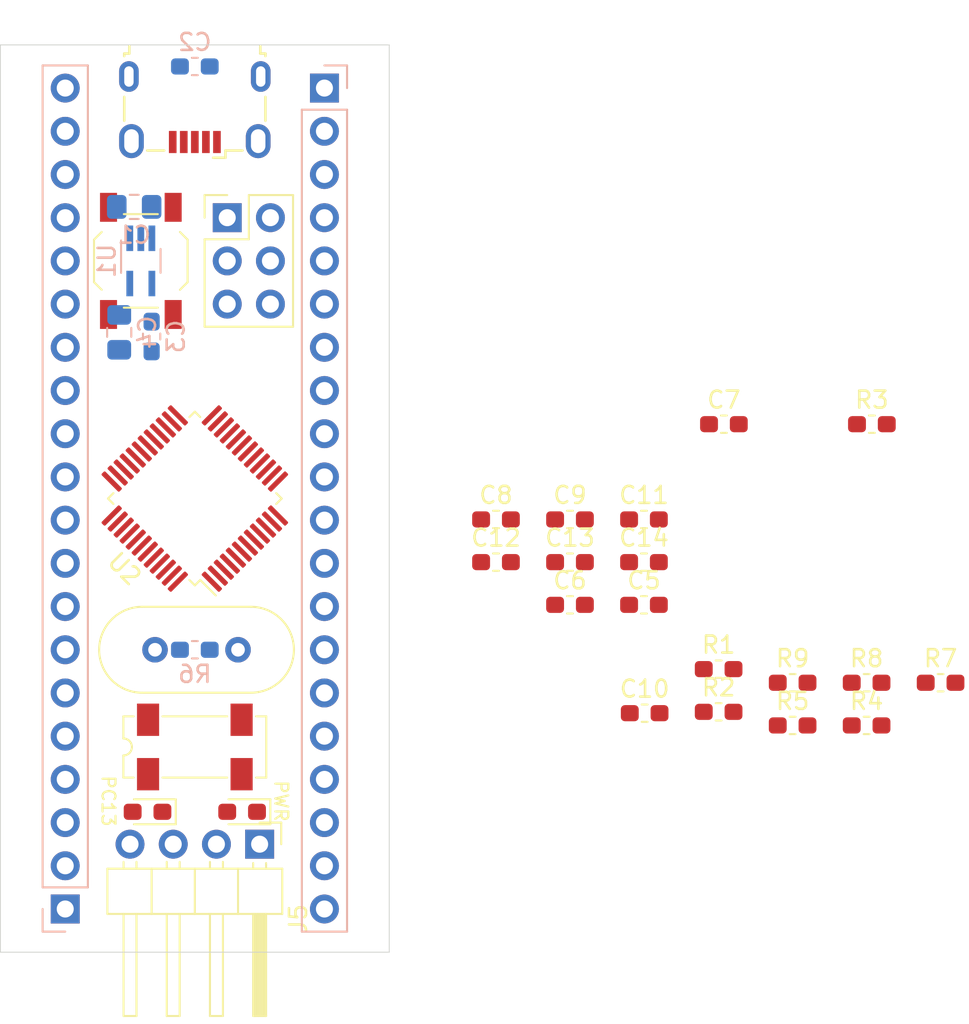
<source format=kicad_pcb>
(kicad_pcb (version 20171130) (host pcbnew "(5.1.5)-3")

  (general
    (thickness 1.6)
    (drawings 4)
    (tracks 0)
    (zones 0)
    (modules 35)
    (nets 53)
  )

  (page A4)
  (layers
    (0 F.Cu signal)
    (31 B.Cu signal)
    (32 B.Adhes user)
    (33 F.Adhes user)
    (34 B.Paste user)
    (35 F.Paste user)
    (36 B.SilkS user)
    (37 F.SilkS user)
    (38 B.Mask user)
    (39 F.Mask user)
    (40 Dwgs.User user)
    (41 Cmts.User user)
    (42 Eco1.User user)
    (43 Eco2.User user)
    (44 Edge.Cuts user)
    (45 Margin user)
    (46 B.CrtYd user)
    (47 F.CrtYd user)
    (48 B.Fab user)
    (49 F.Fab user)
  )

  (setup
    (last_trace_width 0.25)
    (trace_clearance 0.2)
    (zone_clearance 0.508)
    (zone_45_only no)
    (trace_min 0.2)
    (via_size 0.8)
    (via_drill 0.4)
    (via_min_size 0.4)
    (via_min_drill 0.3)
    (uvia_size 0.3)
    (uvia_drill 0.1)
    (uvias_allowed no)
    (uvia_min_size 0.2)
    (uvia_min_drill 0.1)
    (edge_width 0.05)
    (segment_width 0.2)
    (pcb_text_width 0.3)
    (pcb_text_size 1.5 1.5)
    (mod_edge_width 0.12)
    (mod_text_size 1 1)
    (mod_text_width 0.15)
    (pad_size 1.524 1.524)
    (pad_drill 0.762)
    (pad_to_mask_clearance 0.051)
    (solder_mask_min_width 0.25)
    (aux_axis_origin 0 0)
    (visible_elements FFFFFF7F)
    (pcbplotparams
      (layerselection 0x010fc_ffffffff)
      (usegerberextensions false)
      (usegerberattributes false)
      (usegerberadvancedattributes false)
      (creategerberjobfile false)
      (excludeedgelayer true)
      (linewidth 0.100000)
      (plotframeref false)
      (viasonmask false)
      (mode 1)
      (useauxorigin false)
      (hpglpennumber 1)
      (hpglpenspeed 20)
      (hpglpendiameter 15.000000)
      (psnegative false)
      (psa4output false)
      (plotreference true)
      (plotvalue true)
      (plotinvisibletext false)
      (padsonsilk false)
      (subtractmaskfromsilk false)
      (outputformat 1)
      (mirror false)
      (drillshape 1)
      (scaleselection 1)
      (outputdirectory ""))
  )

  (net 0 "")
  (net 1 +5V)
  (net 2 GNDREF)
  (net 3 "Net-(C3-Pad2)")
  (net 4 +3V3)
  (net 5 OSCIN)
  (net 6 PC14)
  (net 7 OSCOUT)
  (net 8 PC15)
  (net 9 NRST)
  (net 10 "Net-(D1-Pad1)")
  (net 11 "Net-(D2-Pad1)")
  (net 12 D+)
  (net 13 D-)
  (net 14 "Net-(J2-Pad4)")
  (net 15 "Net-(J2-Pad3)")
  (net 16 PB12)
  (net 17 PB13)
  (net 18 PB14)
  (net 19 PB15)
  (net 20 PA8)
  (net 21 PA9)
  (net 22 PA10)
  (net 23 PA11)
  (net 24 PA12)
  (net 25 PA15)
  (net 26 PB3)
  (net 27 PB4)
  (net 28 PB5)
  (net 29 PB6)
  (net 30 PB7)
  (net 31 PB8)
  (net 32 PB9)
  (net 33 +BATT)
  (net 34 PC13)
  (net 35 PA0)
  (net 36 PA1)
  (net 37 PA2)
  (net 38 PA3)
  (net 39 PA4)
  (net 40 PA5)
  (net 41 PA6)
  (net 42 PA7)
  (net 43 PB0)
  (net 44 PB1)
  (net 45 PB10)
  (net 46 PB11)
  (net 47 SWCLK)
  (net 48 SWDIO)
  (net 49 BOOT0)
  (net 50 BOOT1)
  (net 51 "Net-(Y2-Pad3)")
  (net 52 "Net-(Y2-Pad2)")

  (net_class Default "This is the default net class."
    (clearance 0.2)
    (trace_width 0.25)
    (via_dia 0.8)
    (via_drill 0.4)
    (uvia_dia 0.3)
    (uvia_drill 0.1)
    (add_net +3V3)
    (add_net +5V)
    (add_net +BATT)
    (add_net BOOT0)
    (add_net BOOT1)
    (add_net D+)
    (add_net D-)
    (add_net GNDREF)
    (add_net NRST)
    (add_net "Net-(C3-Pad2)")
    (add_net "Net-(D1-Pad1)")
    (add_net "Net-(D2-Pad1)")
    (add_net "Net-(J2-Pad3)")
    (add_net "Net-(J2-Pad4)")
    (add_net "Net-(Y2-Pad2)")
    (add_net "Net-(Y2-Pad3)")
    (add_net OSCIN)
    (add_net OSCOUT)
    (add_net PA0)
    (add_net PA1)
    (add_net PA10)
    (add_net PA11)
    (add_net PA12)
    (add_net PA15)
    (add_net PA2)
    (add_net PA3)
    (add_net PA4)
    (add_net PA5)
    (add_net PA6)
    (add_net PA7)
    (add_net PA8)
    (add_net PA9)
    (add_net PB0)
    (add_net PB1)
    (add_net PB10)
    (add_net PB11)
    (add_net PB12)
    (add_net PB13)
    (add_net PB14)
    (add_net PB15)
    (add_net PB3)
    (add_net PB4)
    (add_net PB5)
    (add_net PB6)
    (add_net PB7)
    (add_net PB8)
    (add_net PB9)
    (add_net PC13)
    (add_net PC14)
    (add_net PC15)
    (add_net SWCLK)
    (add_net SWDIO)
  )

  (module Crystal:Crystal_SMD_SeikoEpson_MC306-4Pin_8.0x3.2mm (layer F.Cu) (tedit 5A0FD1B2) (tstamp 5E154DB4)
    (at 87.63 92.075)
    (descr "SMD Crystal Seiko Epson MC-306 https://support.epson.biz/td/api/doc_check.php?dl=brief_MC-306_en.pdf, 8.0x3.2mm^2 package")
    (tags "SMD SMT crystal")
    (path /5E0FCA9B)
    (attr smd)
    (fp_text reference Y2 (at 0 -3.55) (layer F.SilkS) hide
      (effects (font (size 1 1) (thickness 0.15)))
    )
    (fp_text value 32768Hz (at -1.27 3.81) (layer F.Fab) hide
      (effects (font (size 1 1) (thickness 0.15)))
    )
    (fp_arc (start -4.2 0) (end -4.2 -0.5) (angle 180) (layer F.SilkS) (width 0.12))
    (fp_arc (start -4 0) (end -4 -0.5) (angle 180) (layer F.Fab) (width 0.1))
    (fp_line (start 4.3 -2.8) (end -4.3 -2.8) (layer F.CrtYd) (width 0.05))
    (fp_line (start 4.3 2.8) (end 4.3 -2.8) (layer F.CrtYd) (width 0.05))
    (fp_line (start -4.3 2.8) (end 4.3 2.8) (layer F.CrtYd) (width 0.05))
    (fp_line (start -4.3 -2.8) (end -4.3 2.8) (layer F.CrtYd) (width 0.05))
    (fp_line (start 1.9 1.8) (end -1.9 1.8) (layer F.SilkS) (width 0.12))
    (fp_line (start -4.2 1.8) (end -3.6 1.8) (layer F.SilkS) (width 0.12))
    (fp_line (start -4.2 -1.8) (end -3.6 -1.8) (layer F.SilkS) (width 0.12))
    (fp_line (start -4.2 1.8) (end -4.2 0.5) (layer F.SilkS) (width 0.12))
    (fp_line (start -4.2 -0.5) (end -4.2 -1.8) (layer F.SilkS) (width 0.12))
    (fp_line (start -1.9 -1.8) (end 1.9 -1.8) (layer F.SilkS) (width 0.12))
    (fp_line (start 4.2 1.8) (end 3.6 1.8) (layer F.SilkS) (width 0.12))
    (fp_line (start 4.2 -1.8) (end 4.2 1.8) (layer F.SilkS) (width 0.12))
    (fp_line (start 3.6 -1.8) (end 4.2 -1.8) (layer F.SilkS) (width 0.12))
    (fp_line (start -4 1.6) (end -4 0.5) (layer F.Fab) (width 0.1))
    (fp_line (start 4 1.6) (end -4 1.6) (layer F.Fab) (width 0.1))
    (fp_line (start 4 -1.6) (end 4 1.6) (layer F.Fab) (width 0.1))
    (fp_line (start -4 -1.6) (end 4 -1.6) (layer F.Fab) (width 0.1))
    (fp_line (start -4 -0.5) (end -4 -1.6) (layer F.Fab) (width 0.1))
    (fp_text user %R (at 0 0) (layer F.Fab)
      (effects (font (size 1 1) (thickness 0.15)))
    )
    (pad 4 smd rect (at -2.75 -1.6) (size 1.3 1.9) (layers F.Cu F.Paste F.Mask)
      (net 8 PC15))
    (pad 3 smd rect (at 2.75 -1.6) (size 1.3 1.9) (layers F.Cu F.Paste F.Mask)
      (net 51 "Net-(Y2-Pad3)"))
    (pad 2 smd rect (at 2.75 1.6) (size 1.3 1.9) (layers F.Cu F.Paste F.Mask)
      (net 52 "Net-(Y2-Pad2)"))
    (pad 1 smd rect (at -2.75 1.6) (size 1.3 1.9) (layers F.Cu F.Paste F.Mask)
      (net 6 PC14))
    (model ${KISYS3DMOD}/Crystal.3dshapes/Crystal_SMD_SeikoEpson_MC306-4Pin_8.0x3.2mm.wrl
      (at (xyz 0 0 0))
      (scale (xyz 1 1 1))
      (rotate (xyz 0 0 0))
    )
  )

  (module Crystal:Crystal_HC49-4H_Vertical (layer F.Cu) (tedit 5A1AD3B7) (tstamp 5E153E67)
    (at 90.17 86.36 180)
    (descr "Crystal THT HC-49-4H http://5hertz.com/pdfs/04404_D.pdf")
    (tags "THT crystalHC-49-4H")
    (path /5DE0EDF5)
    (fp_text reference Y1 (at 2.44 -3.525) (layer F.SilkS) hide
      (effects (font (size 1 1) (thickness 0.15)))
    )
    (fp_text value 8MHz (at 2.44 3.525 180) (layer F.Fab) hide
      (effects (font (size 1 1) (thickness 0.15)))
    )
    (fp_arc (start 5.64 0) (end 5.64 -2.525) (angle 180) (layer F.SilkS) (width 0.12))
    (fp_arc (start -0.76 0) (end -0.76 -2.525) (angle -180) (layer F.SilkS) (width 0.12))
    (fp_arc (start 5.44 0) (end 5.44 -2) (angle 180) (layer F.Fab) (width 0.1))
    (fp_arc (start -0.56 0) (end -0.56 -2) (angle -180) (layer F.Fab) (width 0.1))
    (fp_arc (start 5.64 0) (end 5.64 -2.325) (angle 180) (layer F.Fab) (width 0.1))
    (fp_arc (start -0.76 0) (end -0.76 -2.325) (angle -180) (layer F.Fab) (width 0.1))
    (fp_line (start 8.5 -2.8) (end -3.6 -2.8) (layer F.CrtYd) (width 0.05))
    (fp_line (start 8.5 2.8) (end 8.5 -2.8) (layer F.CrtYd) (width 0.05))
    (fp_line (start -3.6 2.8) (end 8.5 2.8) (layer F.CrtYd) (width 0.05))
    (fp_line (start -3.6 -2.8) (end -3.6 2.8) (layer F.CrtYd) (width 0.05))
    (fp_line (start -0.76 2.525) (end 5.64 2.525) (layer F.SilkS) (width 0.12))
    (fp_line (start -0.76 -2.525) (end 5.64 -2.525) (layer F.SilkS) (width 0.12))
    (fp_line (start -0.56 2) (end 5.44 2) (layer F.Fab) (width 0.1))
    (fp_line (start -0.56 -2) (end 5.44 -2) (layer F.Fab) (width 0.1))
    (fp_line (start -0.76 2.325) (end 5.64 2.325) (layer F.Fab) (width 0.1))
    (fp_line (start -0.76 -2.325) (end 5.64 -2.325) (layer F.Fab) (width 0.1))
    (fp_text user %R (at 2.44 0) (layer F.Fab)
      (effects (font (size 1 1) (thickness 0.15)))
    )
    (pad 2 thru_hole circle (at 4.88 0 180) (size 1.5 1.5) (drill 0.8) (layers *.Cu *.Mask)
      (net 5 OSCIN))
    (pad 1 thru_hole circle (at 0 0 180) (size 1.5 1.5) (drill 0.8) (layers *.Cu *.Mask)
      (net 7 OSCOUT))
    (model ${KISYS3DMOD}/Crystal.3dshapes/Crystal_HC49-4H_Vertical.wrl
      (at (xyz 0 0 0))
      (scale (xyz 1 1 1))
      (rotate (xyz 0 0 0))
    )
  )

  (module Package_QFP:LQFP-48_7x7mm_P0.5mm (layer F.Cu) (tedit 5D9F72AF) (tstamp 5E153E50)
    (at 87.63 77.47 135)
    (descr "LQFP, 48 Pin (https://www.analog.com/media/en/technical-documentation/data-sheets/ltc2358-16.pdf), generated with kicad-footprint-generator ipc_gullwing_generator.py")
    (tags "LQFP QFP")
    (path /5DE072EF)
    (attr smd)
    (fp_text reference U2 (at 0 -5.85 135) (layer F.SilkS)
      (effects (font (size 1 1) (thickness 0.15)))
    )
    (fp_text value STM32F103C8Tx (at 0 5.85 135) (layer F.Fab)
      (effects (font (size 1 1) (thickness 0.15)))
    )
    (fp_text user %R (at 0 0 135) (layer F.Fab)
      (effects (font (size 1 1) (thickness 0.15)))
    )
    (fp_line (start 5.15 3.15) (end 5.15 0) (layer F.CrtYd) (width 0.05))
    (fp_line (start 3.75 3.15) (end 5.15 3.15) (layer F.CrtYd) (width 0.05))
    (fp_line (start 3.75 3.75) (end 3.75 3.15) (layer F.CrtYd) (width 0.05))
    (fp_line (start 3.15 3.75) (end 3.75 3.75) (layer F.CrtYd) (width 0.05))
    (fp_line (start 3.15 5.15) (end 3.15 3.75) (layer F.CrtYd) (width 0.05))
    (fp_line (start 0 5.15) (end 3.15 5.15) (layer F.CrtYd) (width 0.05))
    (fp_line (start -5.15 3.15) (end -5.15 0) (layer F.CrtYd) (width 0.05))
    (fp_line (start -3.75 3.15) (end -5.15 3.15) (layer F.CrtYd) (width 0.05))
    (fp_line (start -3.75 3.75) (end -3.75 3.15) (layer F.CrtYd) (width 0.05))
    (fp_line (start -3.15 3.75) (end -3.75 3.75) (layer F.CrtYd) (width 0.05))
    (fp_line (start -3.15 5.15) (end -3.15 3.75) (layer F.CrtYd) (width 0.05))
    (fp_line (start 0 5.15) (end -3.15 5.15) (layer F.CrtYd) (width 0.05))
    (fp_line (start 5.15 -3.15) (end 5.15 0) (layer F.CrtYd) (width 0.05))
    (fp_line (start 3.75 -3.15) (end 5.15 -3.15) (layer F.CrtYd) (width 0.05))
    (fp_line (start 3.75 -3.75) (end 3.75 -3.15) (layer F.CrtYd) (width 0.05))
    (fp_line (start 3.15 -3.75) (end 3.75 -3.75) (layer F.CrtYd) (width 0.05))
    (fp_line (start 3.15 -5.15) (end 3.15 -3.75) (layer F.CrtYd) (width 0.05))
    (fp_line (start 0 -5.15) (end 3.15 -5.15) (layer F.CrtYd) (width 0.05))
    (fp_line (start -5.15 -3.15) (end -5.15 0) (layer F.CrtYd) (width 0.05))
    (fp_line (start -3.75 -3.15) (end -5.15 -3.15) (layer F.CrtYd) (width 0.05))
    (fp_line (start -3.75 -3.75) (end -3.75 -3.15) (layer F.CrtYd) (width 0.05))
    (fp_line (start -3.15 -3.75) (end -3.75 -3.75) (layer F.CrtYd) (width 0.05))
    (fp_line (start -3.15 -5.15) (end -3.15 -3.75) (layer F.CrtYd) (width 0.05))
    (fp_line (start 0 -5.15) (end -3.15 -5.15) (layer F.CrtYd) (width 0.05))
    (fp_line (start -3.5 -2.5) (end -2.5 -3.5) (layer F.Fab) (width 0.1))
    (fp_line (start -3.5 3.5) (end -3.5 -2.5) (layer F.Fab) (width 0.1))
    (fp_line (start 3.5 3.5) (end -3.5 3.5) (layer F.Fab) (width 0.1))
    (fp_line (start 3.5 -3.5) (end 3.5 3.5) (layer F.Fab) (width 0.1))
    (fp_line (start -2.5 -3.5) (end 3.5 -3.5) (layer F.Fab) (width 0.1))
    (fp_line (start -3.61 -3.16) (end -4.9 -3.16) (layer F.SilkS) (width 0.12))
    (fp_line (start -3.61 -3.61) (end -3.61 -3.16) (layer F.SilkS) (width 0.12))
    (fp_line (start -3.16 -3.61) (end -3.61 -3.61) (layer F.SilkS) (width 0.12))
    (fp_line (start 3.61 -3.61) (end 3.61 -3.16) (layer F.SilkS) (width 0.12))
    (fp_line (start 3.16 -3.61) (end 3.61 -3.61) (layer F.SilkS) (width 0.12))
    (fp_line (start -3.61 3.61) (end -3.61 3.16) (layer F.SilkS) (width 0.12))
    (fp_line (start -3.16 3.61) (end -3.61 3.61) (layer F.SilkS) (width 0.12))
    (fp_line (start 3.61 3.61) (end 3.61 3.16) (layer F.SilkS) (width 0.12))
    (fp_line (start 3.16 3.61) (end 3.61 3.61) (layer F.SilkS) (width 0.12))
    (pad 48 smd roundrect (at -2.75 -4.1625 135) (size 0.3 1.475) (layers F.Cu F.Paste F.Mask) (roundrect_rratio 0.25)
      (net 4 +3V3))
    (pad 47 smd roundrect (at -2.25 -4.1625 135) (size 0.3 1.475) (layers F.Cu F.Paste F.Mask) (roundrect_rratio 0.25)
      (net 2 GNDREF))
    (pad 46 smd roundrect (at -1.75 -4.1625 135) (size 0.3 1.475) (layers F.Cu F.Paste F.Mask) (roundrect_rratio 0.25)
      (net 32 PB9))
    (pad 45 smd roundrect (at -1.25 -4.1625 135) (size 0.3 1.475) (layers F.Cu F.Paste F.Mask) (roundrect_rratio 0.25)
      (net 31 PB8))
    (pad 44 smd roundrect (at -0.75 -4.1625 135) (size 0.3 1.475) (layers F.Cu F.Paste F.Mask) (roundrect_rratio 0.25)
      (net 49 BOOT0))
    (pad 43 smd roundrect (at -0.25 -4.1625 135) (size 0.3 1.475) (layers F.Cu F.Paste F.Mask) (roundrect_rratio 0.25)
      (net 30 PB7))
    (pad 42 smd roundrect (at 0.25 -4.1625 135) (size 0.3 1.475) (layers F.Cu F.Paste F.Mask) (roundrect_rratio 0.25)
      (net 29 PB6))
    (pad 41 smd roundrect (at 0.75 -4.1625 135) (size 0.3 1.475) (layers F.Cu F.Paste F.Mask) (roundrect_rratio 0.25)
      (net 28 PB5))
    (pad 40 smd roundrect (at 1.25 -4.1625 135) (size 0.3 1.475) (layers F.Cu F.Paste F.Mask) (roundrect_rratio 0.25)
      (net 27 PB4))
    (pad 39 smd roundrect (at 1.75 -4.1625 135) (size 0.3 1.475) (layers F.Cu F.Paste F.Mask) (roundrect_rratio 0.25)
      (net 26 PB3))
    (pad 38 smd roundrect (at 2.25 -4.1625 135) (size 0.3 1.475) (layers F.Cu F.Paste F.Mask) (roundrect_rratio 0.25)
      (net 25 PA15))
    (pad 37 smd roundrect (at 2.75 -4.1625 135) (size 0.3 1.475) (layers F.Cu F.Paste F.Mask) (roundrect_rratio 0.25)
      (net 47 SWCLK))
    (pad 36 smd roundrect (at 4.1625 -2.75 135) (size 1.475 0.3) (layers F.Cu F.Paste F.Mask) (roundrect_rratio 0.25)
      (net 4 +3V3))
    (pad 35 smd roundrect (at 4.1625 -2.25 135) (size 1.475 0.3) (layers F.Cu F.Paste F.Mask) (roundrect_rratio 0.25)
      (net 2 GNDREF))
    (pad 34 smd roundrect (at 4.1625 -1.75 135) (size 1.475 0.3) (layers F.Cu F.Paste F.Mask) (roundrect_rratio 0.25)
      (net 48 SWDIO))
    (pad 33 smd roundrect (at 4.1625 -1.25 135) (size 1.475 0.3) (layers F.Cu F.Paste F.Mask) (roundrect_rratio 0.25)
      (net 24 PA12))
    (pad 32 smd roundrect (at 4.1625 -0.75 135) (size 1.475 0.3) (layers F.Cu F.Paste F.Mask) (roundrect_rratio 0.25)
      (net 23 PA11))
    (pad 31 smd roundrect (at 4.1625 -0.25 135) (size 1.475 0.3) (layers F.Cu F.Paste F.Mask) (roundrect_rratio 0.25)
      (net 22 PA10))
    (pad 30 smd roundrect (at 4.1625 0.25 135) (size 1.475 0.3) (layers F.Cu F.Paste F.Mask) (roundrect_rratio 0.25)
      (net 21 PA9))
    (pad 29 smd roundrect (at 4.1625 0.75 135) (size 1.475 0.3) (layers F.Cu F.Paste F.Mask) (roundrect_rratio 0.25)
      (net 20 PA8))
    (pad 28 smd roundrect (at 4.1625 1.25 135) (size 1.475 0.3) (layers F.Cu F.Paste F.Mask) (roundrect_rratio 0.25)
      (net 19 PB15))
    (pad 27 smd roundrect (at 4.1625 1.75 135) (size 1.475 0.3) (layers F.Cu F.Paste F.Mask) (roundrect_rratio 0.25)
      (net 18 PB14))
    (pad 26 smd roundrect (at 4.1625 2.25 135) (size 1.475 0.3) (layers F.Cu F.Paste F.Mask) (roundrect_rratio 0.25)
      (net 17 PB13))
    (pad 25 smd roundrect (at 4.1625 2.75 135) (size 1.475 0.3) (layers F.Cu F.Paste F.Mask) (roundrect_rratio 0.25)
      (net 16 PB12))
    (pad 24 smd roundrect (at 2.75 4.1625 135) (size 0.3 1.475) (layers F.Cu F.Paste F.Mask) (roundrect_rratio 0.25)
      (net 4 +3V3))
    (pad 23 smd roundrect (at 2.25 4.1625 135) (size 0.3 1.475) (layers F.Cu F.Paste F.Mask) (roundrect_rratio 0.25)
      (net 2 GNDREF))
    (pad 22 smd roundrect (at 1.75 4.1625 135) (size 0.3 1.475) (layers F.Cu F.Paste F.Mask) (roundrect_rratio 0.25)
      (net 46 PB11))
    (pad 21 smd roundrect (at 1.25 4.1625 135) (size 0.3 1.475) (layers F.Cu F.Paste F.Mask) (roundrect_rratio 0.25)
      (net 45 PB10))
    (pad 20 smd roundrect (at 0.75 4.1625 135) (size 0.3 1.475) (layers F.Cu F.Paste F.Mask) (roundrect_rratio 0.25)
      (net 50 BOOT1))
    (pad 19 smd roundrect (at 0.25 4.1625 135) (size 0.3 1.475) (layers F.Cu F.Paste F.Mask) (roundrect_rratio 0.25)
      (net 44 PB1))
    (pad 18 smd roundrect (at -0.25 4.1625 135) (size 0.3 1.475) (layers F.Cu F.Paste F.Mask) (roundrect_rratio 0.25)
      (net 43 PB0))
    (pad 17 smd roundrect (at -0.75 4.1625 135) (size 0.3 1.475) (layers F.Cu F.Paste F.Mask) (roundrect_rratio 0.25)
      (net 42 PA7))
    (pad 16 smd roundrect (at -1.25 4.1625 135) (size 0.3 1.475) (layers F.Cu F.Paste F.Mask) (roundrect_rratio 0.25)
      (net 41 PA6))
    (pad 15 smd roundrect (at -1.75 4.1625 135) (size 0.3 1.475) (layers F.Cu F.Paste F.Mask) (roundrect_rratio 0.25)
      (net 40 PA5))
    (pad 14 smd roundrect (at -2.25 4.1625 135) (size 0.3 1.475) (layers F.Cu F.Paste F.Mask) (roundrect_rratio 0.25)
      (net 39 PA4))
    (pad 13 smd roundrect (at -2.75 4.1625 135) (size 0.3 1.475) (layers F.Cu F.Paste F.Mask) (roundrect_rratio 0.25)
      (net 38 PA3))
    (pad 12 smd roundrect (at -4.1625 2.75 135) (size 1.475 0.3) (layers F.Cu F.Paste F.Mask) (roundrect_rratio 0.25)
      (net 37 PA2))
    (pad 11 smd roundrect (at -4.1625 2.25 135) (size 1.475 0.3) (layers F.Cu F.Paste F.Mask) (roundrect_rratio 0.25)
      (net 36 PA1))
    (pad 10 smd roundrect (at -4.1625 1.75 135) (size 1.475 0.3) (layers F.Cu F.Paste F.Mask) (roundrect_rratio 0.25)
      (net 35 PA0))
    (pad 9 smd roundrect (at -4.1625 1.25 135) (size 1.475 0.3) (layers F.Cu F.Paste F.Mask) (roundrect_rratio 0.25)
      (net 4 +3V3))
    (pad 8 smd roundrect (at -4.1625 0.75 135) (size 1.475 0.3) (layers F.Cu F.Paste F.Mask) (roundrect_rratio 0.25)
      (net 2 GNDREF))
    (pad 7 smd roundrect (at -4.1625 0.25 135) (size 1.475 0.3) (layers F.Cu F.Paste F.Mask) (roundrect_rratio 0.25)
      (net 9 NRST))
    (pad 6 smd roundrect (at -4.1625 -0.25 135) (size 1.475 0.3) (layers F.Cu F.Paste F.Mask) (roundrect_rratio 0.25)
      (net 7 OSCOUT))
    (pad 5 smd roundrect (at -4.1625 -0.75 135) (size 1.475 0.3) (layers F.Cu F.Paste F.Mask) (roundrect_rratio 0.25)
      (net 5 OSCIN))
    (pad 4 smd roundrect (at -4.1625 -1.25 135) (size 1.475 0.3) (layers F.Cu F.Paste F.Mask) (roundrect_rratio 0.25)
      (net 8 PC15))
    (pad 3 smd roundrect (at -4.1625 -1.75 135) (size 1.475 0.3) (layers F.Cu F.Paste F.Mask) (roundrect_rratio 0.25)
      (net 6 PC14))
    (pad 2 smd roundrect (at -4.1625 -2.25 135) (size 1.475 0.3) (layers F.Cu F.Paste F.Mask) (roundrect_rratio 0.25)
      (net 34 PC13))
    (pad 1 smd roundrect (at -4.1625 -2.75 135) (size 1.475 0.3) (layers F.Cu F.Paste F.Mask) (roundrect_rratio 0.25)
      (net 33 +BATT))
    (model ${KISYS3DMOD}/Package_QFP.3dshapes/LQFP-48_7x7mm_P0.5mm.wrl
      (at (xyz 0 0 0))
      (scale (xyz 1 1 1))
      (rotate (xyz 0 0 0))
    )
  )

  (module Package_TO_SOT_SMD:SOT-353_SC-70-5_Handsoldering (layer B.Cu) (tedit 5C9ED275) (tstamp 5E153DF5)
    (at 84.455 63.5 270)
    (descr "SOT-353, SC-70-5, Handsoldering")
    (tags "SOT-353 SC-70-5 Handsoldering")
    (path /5E1140B5)
    (attr smd)
    (fp_text reference U1 (at 0 2 270) (layer B.SilkS)
      (effects (font (size 1 1) (thickness 0.15)) (justify mirror))
    )
    (fp_text value RT8183-33 (at 0 -2 90) (layer B.Fab)
      (effects (font (size 1 1) (thickness 0.15)) (justify mirror))
    )
    (fp_line (start -0.175 1.1) (end -0.675 0.6) (layer B.Fab) (width 0.1))
    (fp_line (start 0.675 -1.1) (end -0.675 -1.1) (layer B.Fab) (width 0.1))
    (fp_line (start 0.675 1.1) (end 0.675 -1.1) (layer B.Fab) (width 0.1))
    (fp_line (start -2.4 -1.4) (end 2.4 -1.4) (layer B.CrtYd) (width 0.05))
    (fp_line (start -0.675 0.6) (end -0.675 -1.1) (layer B.Fab) (width 0.1))
    (fp_line (start 0.675 1.1) (end -0.175 1.1) (layer B.Fab) (width 0.1))
    (fp_line (start -2.4 1.4) (end 2.4 1.4) (layer B.CrtYd) (width 0.05))
    (fp_line (start -2.4 1.4) (end -2.4 -1.4) (layer B.CrtYd) (width 0.05))
    (fp_line (start 2.4 -1.4) (end 2.4 1.4) (layer B.CrtYd) (width 0.05))
    (fp_line (start -0.7 -1.16) (end 0.7 -1.16) (layer B.SilkS) (width 0.12))
    (fp_line (start 0.7 1.16) (end -1.2 1.16) (layer B.SilkS) (width 0.12))
    (fp_text user %R (at 0 0) (layer B.Fab)
      (effects (font (size 0.5 0.5) (thickness 0.075)) (justify mirror))
    )
    (pad 5 smd rect (at 1.33 0.65 270) (size 1.5 0.4) (layers B.Cu B.Paste B.Mask)
      (net 4 +3V3))
    (pad 4 smd rect (at 1.33 -0.65 270) (size 1.5 0.4) (layers B.Cu B.Paste B.Mask)
      (net 3 "Net-(C3-Pad2)"))
    (pad 3 smd rect (at -1.33 -0.65 270) (size 1.5 0.4) (layers B.Cu B.Paste B.Mask)
      (net 1 +5V))
    (pad 2 smd rect (at -1.33 0 270) (size 1.5 0.4) (layers B.Cu B.Paste B.Mask)
      (net 2 GNDREF))
    (pad 1 smd rect (at -1.33 0.65 270) (size 1.5 0.4) (layers B.Cu B.Paste B.Mask)
      (net 1 +5V))
    (model ${KISYS3DMOD}/Package_TO_SOT_SMD.3dshapes/SOT-353_SC-70-5.wrl
      (at (xyz 0 0 0))
      (scale (xyz 1 1 1))
      (rotate (xyz 0 0 0))
    )
  )

  (module Button_Switch_SMD:SW_SPST_TL3342 (layer F.Cu) (tedit 5A02FC95) (tstamp 5E153DE0)
    (at 84.455 63.5 270)
    (descr "Low-profile SMD Tactile Switch, https://www.e-switch.com/system/asset/product_line/data_sheet/165/TL3342.pdf")
    (tags "SPST Tactile Switch")
    (path /5DE262D4)
    (attr smd)
    (fp_text reference SW1 (at 0 -3.75 90) (layer F.SilkS) hide
      (effects (font (size 1 1) (thickness 0.15)))
    )
    (fp_text value Reset (at 0 3.75 90) (layer F.Fab)
      (effects (font (size 1 1) (thickness 0.15)))
    )
    (fp_circle (center 0 0) (end 1 0) (layer F.Fab) (width 0.1))
    (fp_line (start -4.25 3) (end -4.25 -3) (layer F.CrtYd) (width 0.05))
    (fp_line (start 4.25 3) (end -4.25 3) (layer F.CrtYd) (width 0.05))
    (fp_line (start 4.25 -3) (end 4.25 3) (layer F.CrtYd) (width 0.05))
    (fp_line (start -4.25 -3) (end 4.25 -3) (layer F.CrtYd) (width 0.05))
    (fp_line (start -1.2 -2.6) (end -2.6 -1.2) (layer F.Fab) (width 0.1))
    (fp_line (start 1.2 -2.6) (end -1.2 -2.6) (layer F.Fab) (width 0.1))
    (fp_line (start 2.6 -1.2) (end 1.2 -2.6) (layer F.Fab) (width 0.1))
    (fp_line (start 2.6 1.2) (end 2.6 -1.2) (layer F.Fab) (width 0.1))
    (fp_line (start 1.2 2.6) (end 2.6 1.2) (layer F.Fab) (width 0.1))
    (fp_line (start -1.2 2.6) (end 1.2 2.6) (layer F.Fab) (width 0.1))
    (fp_line (start -2.6 1.2) (end -1.2 2.6) (layer F.Fab) (width 0.1))
    (fp_line (start -2.6 -1.2) (end -2.6 1.2) (layer F.Fab) (width 0.1))
    (fp_line (start -1.25 -2.75) (end 1.25 -2.75) (layer F.SilkS) (width 0.12))
    (fp_line (start -2.75 -1) (end -2.75 1) (layer F.SilkS) (width 0.12))
    (fp_line (start -1.25 2.75) (end 1.25 2.75) (layer F.SilkS) (width 0.12))
    (fp_line (start 2.75 -1) (end 2.75 1) (layer F.SilkS) (width 0.12))
    (fp_line (start -2 1) (end -2 -1) (layer F.Fab) (width 0.1))
    (fp_line (start -1 2) (end -2 1) (layer F.Fab) (width 0.1))
    (fp_line (start 1 2) (end -1 2) (layer F.Fab) (width 0.1))
    (fp_line (start 2 1) (end 1 2) (layer F.Fab) (width 0.1))
    (fp_line (start 2 -1) (end 2 1) (layer F.Fab) (width 0.1))
    (fp_line (start 1 -2) (end 2 -1) (layer F.Fab) (width 0.1))
    (fp_line (start -1 -2) (end 1 -2) (layer F.Fab) (width 0.1))
    (fp_line (start -2 -1) (end -1 -2) (layer F.Fab) (width 0.1))
    (fp_line (start -1.7 -2.3) (end -1.25 -2.75) (layer F.SilkS) (width 0.12))
    (fp_line (start 1.7 -2.3) (end 1.25 -2.75) (layer F.SilkS) (width 0.12))
    (fp_line (start 1.7 2.3) (end 1.25 2.75) (layer F.SilkS) (width 0.12))
    (fp_line (start -1.7 2.3) (end -1.25 2.75) (layer F.SilkS) (width 0.12))
    (fp_line (start 3.2 1.6) (end 2.2 1.6) (layer F.Fab) (width 0.1))
    (fp_line (start 2.7 2.1) (end 2.7 1.6) (layer F.Fab) (width 0.1))
    (fp_line (start 1.7 2.1) (end 3.2 2.1) (layer F.Fab) (width 0.1))
    (fp_line (start -1.7 2.1) (end -3.2 2.1) (layer F.Fab) (width 0.1))
    (fp_line (start -3.2 1.6) (end -2.2 1.6) (layer F.Fab) (width 0.1))
    (fp_line (start -2.7 2.1) (end -2.7 1.6) (layer F.Fab) (width 0.1))
    (fp_line (start -3.2 -1.6) (end -2.2 -1.6) (layer F.Fab) (width 0.1))
    (fp_line (start -1.7 -2.1) (end -3.2 -2.1) (layer F.Fab) (width 0.1))
    (fp_line (start -2.7 -2.1) (end -2.7 -1.6) (layer F.Fab) (width 0.1))
    (fp_line (start 3.2 -1.6) (end 2.2 -1.6) (layer F.Fab) (width 0.1))
    (fp_line (start 1.7 -2.1) (end 3.2 -2.1) (layer F.Fab) (width 0.1))
    (fp_line (start 2.7 -2.1) (end 2.7 -1.6) (layer F.Fab) (width 0.1))
    (fp_line (start -3.2 -2.1) (end -3.2 -1.6) (layer F.Fab) (width 0.1))
    (fp_line (start -3.2 2.1) (end -3.2 1.6) (layer F.Fab) (width 0.1))
    (fp_line (start 3.2 -2.1) (end 3.2 -1.6) (layer F.Fab) (width 0.1))
    (fp_line (start 3.2 2.1) (end 3.2 1.6) (layer F.Fab) (width 0.1))
    (fp_text user %R (at 0 -3.75 90) (layer F.Fab)
      (effects (font (size 1 1) (thickness 0.15)))
    )
    (pad 2 smd rect (at 3.15 1.9 270) (size 1.7 1) (layers F.Cu F.Paste F.Mask)
      (net 9 NRST))
    (pad 2 smd rect (at -3.15 1.9 270) (size 1.7 1) (layers F.Cu F.Paste F.Mask)
      (net 9 NRST))
    (pad 1 smd rect (at 3.15 -1.9 270) (size 1.7 1) (layers F.Cu F.Paste F.Mask)
      (net 2 GNDREF))
    (pad 1 smd rect (at -3.15 -1.9 270) (size 1.7 1) (layers F.Cu F.Paste F.Mask)
      (net 2 GNDREF))
    (model ${KISYS3DMOD}/Button_Switch_SMD.3dshapes/SW_SPST_TL3342.wrl
      (at (xyz 0 0 0))
      (scale (xyz 1 1 1))
      (rotate (xyz 0 0 0))
    )
  )

  (module Resistor_SMD:R_0603_1608Metric_Pad1.05x0.95mm_HandSolder (layer F.Cu) (tedit 5B301BBD) (tstamp 5E153DAA)
    (at 122.777 88.299)
    (descr "Resistor SMD 0603 (1608 Metric), square (rectangular) end terminal, IPC_7351 nominal with elongated pad for handsoldering. (Body size source: http://www.tortai-tech.com/upload/download/2011102023233369053.pdf), generated with kicad-footprint-generator")
    (tags "resistor handsolder")
    (path /5E3BA000)
    (attr smd)
    (fp_text reference R9 (at 0 -1.43) (layer F.SilkS)
      (effects (font (size 1 1) (thickness 0.15)))
    )
    (fp_text value 510 (at 0 1.43) (layer F.Fab)
      (effects (font (size 1 1) (thickness 0.15)))
    )
    (fp_text user %R (at 0 0) (layer F.Fab)
      (effects (font (size 0.4 0.4) (thickness 0.06)))
    )
    (fp_line (start 1.65 0.73) (end -1.65 0.73) (layer F.CrtYd) (width 0.05))
    (fp_line (start 1.65 -0.73) (end 1.65 0.73) (layer F.CrtYd) (width 0.05))
    (fp_line (start -1.65 -0.73) (end 1.65 -0.73) (layer F.CrtYd) (width 0.05))
    (fp_line (start -1.65 0.73) (end -1.65 -0.73) (layer F.CrtYd) (width 0.05))
    (fp_line (start -0.171267 0.51) (end 0.171267 0.51) (layer F.SilkS) (width 0.12))
    (fp_line (start -0.171267 -0.51) (end 0.171267 -0.51) (layer F.SilkS) (width 0.12))
    (fp_line (start 0.8 0.4) (end -0.8 0.4) (layer F.Fab) (width 0.1))
    (fp_line (start 0.8 -0.4) (end 0.8 0.4) (layer F.Fab) (width 0.1))
    (fp_line (start -0.8 -0.4) (end 0.8 -0.4) (layer F.Fab) (width 0.1))
    (fp_line (start -0.8 0.4) (end -0.8 -0.4) (layer F.Fab) (width 0.1))
    (pad 2 smd roundrect (at 0.875 0) (size 1.05 0.95) (layers F.Cu F.Paste F.Mask) (roundrect_rratio 0.25)
      (net 11 "Net-(D2-Pad1)"))
    (pad 1 smd roundrect (at -0.875 0) (size 1.05 0.95) (layers F.Cu F.Paste F.Mask) (roundrect_rratio 0.25)
      (net 2 GNDREF))
    (model ${KISYS3DMOD}/Resistor_SMD.3dshapes/R_0603_1608Metric.wrl
      (at (xyz 0 0 0))
      (scale (xyz 1 1 1))
      (rotate (xyz 0 0 0))
    )
  )

  (module Resistor_SMD:R_0603_1608Metric_Pad1.05x0.95mm_HandSolder (layer F.Cu) (tedit 5B301BBD) (tstamp 5E153D99)
    (at 127.127 88.299)
    (descr "Resistor SMD 0603 (1608 Metric), square (rectangular) end terminal, IPC_7351 nominal with elongated pad for handsoldering. (Body size source: http://www.tortai-tech.com/upload/download/2011102023233369053.pdf), generated with kicad-footprint-generator")
    (tags "resistor handsolder")
    (path /5E3E405C)
    (attr smd)
    (fp_text reference R8 (at 0 -1.43) (layer F.SilkS)
      (effects (font (size 1 1) (thickness 0.15)))
    )
    (fp_text value 510 (at 0 1.43) (layer F.Fab)
      (effects (font (size 1 1) (thickness 0.15)))
    )
    (fp_text user %R (at 0 0) (layer F.Fab)
      (effects (font (size 0.4 0.4) (thickness 0.06)))
    )
    (fp_line (start 1.65 0.73) (end -1.65 0.73) (layer F.CrtYd) (width 0.05))
    (fp_line (start 1.65 -0.73) (end 1.65 0.73) (layer F.CrtYd) (width 0.05))
    (fp_line (start -1.65 -0.73) (end 1.65 -0.73) (layer F.CrtYd) (width 0.05))
    (fp_line (start -1.65 0.73) (end -1.65 -0.73) (layer F.CrtYd) (width 0.05))
    (fp_line (start -0.171267 0.51) (end 0.171267 0.51) (layer F.SilkS) (width 0.12))
    (fp_line (start -0.171267 -0.51) (end 0.171267 -0.51) (layer F.SilkS) (width 0.12))
    (fp_line (start 0.8 0.4) (end -0.8 0.4) (layer F.Fab) (width 0.1))
    (fp_line (start 0.8 -0.4) (end 0.8 0.4) (layer F.Fab) (width 0.1))
    (fp_line (start -0.8 -0.4) (end 0.8 -0.4) (layer F.Fab) (width 0.1))
    (fp_line (start -0.8 0.4) (end -0.8 -0.4) (layer F.Fab) (width 0.1))
    (pad 2 smd roundrect (at 0.875 0) (size 1.05 0.95) (layers F.Cu F.Paste F.Mask) (roundrect_rratio 0.25)
      (net 10 "Net-(D1-Pad1)"))
    (pad 1 smd roundrect (at -0.875 0) (size 1.05 0.95) (layers F.Cu F.Paste F.Mask) (roundrect_rratio 0.25)
      (net 34 PC13))
    (model ${KISYS3DMOD}/Resistor_SMD.3dshapes/R_0603_1608Metric.wrl
      (at (xyz 0 0 0))
      (scale (xyz 1 1 1))
      (rotate (xyz 0 0 0))
    )
  )

  (module Resistor_SMD:R_0603_1608Metric_Pad1.05x0.95mm_HandSolder (layer F.Cu) (tedit 5B301BBD) (tstamp 5E153D88)
    (at 131.477 88.299)
    (descr "Resistor SMD 0603 (1608 Metric), square (rectangular) end terminal, IPC_7351 nominal with elongated pad for handsoldering. (Body size source: http://www.tortai-tech.com/upload/download/2011102023233369053.pdf), generated with kicad-footprint-generator")
    (tags "resistor handsolder")
    (path /5DE236DC)
    (attr smd)
    (fp_text reference R7 (at 0 -1.43) (layer F.SilkS)
      (effects (font (size 1 1) (thickness 0.15)))
    )
    (fp_text value 10K (at 0 1.43) (layer F.Fab)
      (effects (font (size 1 1) (thickness 0.15)))
    )
    (fp_text user %R (at 0 0) (layer F.Fab)
      (effects (font (size 0.4 0.4) (thickness 0.06)))
    )
    (fp_line (start 1.65 0.73) (end -1.65 0.73) (layer F.CrtYd) (width 0.05))
    (fp_line (start 1.65 -0.73) (end 1.65 0.73) (layer F.CrtYd) (width 0.05))
    (fp_line (start -1.65 -0.73) (end 1.65 -0.73) (layer F.CrtYd) (width 0.05))
    (fp_line (start -1.65 0.73) (end -1.65 -0.73) (layer F.CrtYd) (width 0.05))
    (fp_line (start -0.171267 0.51) (end 0.171267 0.51) (layer F.SilkS) (width 0.12))
    (fp_line (start -0.171267 -0.51) (end 0.171267 -0.51) (layer F.SilkS) (width 0.12))
    (fp_line (start 0.8 0.4) (end -0.8 0.4) (layer F.Fab) (width 0.1))
    (fp_line (start 0.8 -0.4) (end 0.8 0.4) (layer F.Fab) (width 0.1))
    (fp_line (start -0.8 -0.4) (end 0.8 -0.4) (layer F.Fab) (width 0.1))
    (fp_line (start -0.8 0.4) (end -0.8 -0.4) (layer F.Fab) (width 0.1))
    (pad 2 smd roundrect (at 0.875 0) (size 1.05 0.95) (layers F.Cu F.Paste F.Mask) (roundrect_rratio 0.25)
      (net 4 +3V3))
    (pad 1 smd roundrect (at -0.875 0) (size 1.05 0.95) (layers F.Cu F.Paste F.Mask) (roundrect_rratio 0.25)
      (net 9 NRST))
    (model ${KISYS3DMOD}/Resistor_SMD.3dshapes/R_0603_1608Metric.wrl
      (at (xyz 0 0 0))
      (scale (xyz 1 1 1))
      (rotate (xyz 0 0 0))
    )
  )

  (module Resistor_SMD:R_0603_1608Metric_Pad1.05x0.95mm_HandSolder (layer B.Cu) (tedit 5B301BBD) (tstamp 5E153D77)
    (at 87.63 86.36)
    (descr "Resistor SMD 0603 (1608 Metric), square (rectangular) end terminal, IPC_7351 nominal with elongated pad for handsoldering. (Body size source: http://www.tortai-tech.com/upload/download/2011102023233369053.pdf), generated with kicad-footprint-generator")
    (tags "resistor handsolder")
    (path /5E527ACB)
    (attr smd)
    (fp_text reference R6 (at 0 1.43) (layer B.SilkS)
      (effects (font (size 1 1) (thickness 0.15)) (justify mirror))
    )
    (fp_text value "10M [N/A]" (at 0 -1.43) (layer B.Fab)
      (effects (font (size 1 1) (thickness 0.15)) (justify mirror))
    )
    (fp_text user %R (at 0 0) (layer B.Fab)
      (effects (font (size 0.4 0.4) (thickness 0.06)) (justify mirror))
    )
    (fp_line (start 1.65 -0.73) (end -1.65 -0.73) (layer B.CrtYd) (width 0.05))
    (fp_line (start 1.65 0.73) (end 1.65 -0.73) (layer B.CrtYd) (width 0.05))
    (fp_line (start -1.65 0.73) (end 1.65 0.73) (layer B.CrtYd) (width 0.05))
    (fp_line (start -1.65 -0.73) (end -1.65 0.73) (layer B.CrtYd) (width 0.05))
    (fp_line (start -0.171267 -0.51) (end 0.171267 -0.51) (layer B.SilkS) (width 0.12))
    (fp_line (start -0.171267 0.51) (end 0.171267 0.51) (layer B.SilkS) (width 0.12))
    (fp_line (start 0.8 -0.4) (end -0.8 -0.4) (layer B.Fab) (width 0.1))
    (fp_line (start 0.8 0.4) (end 0.8 -0.4) (layer B.Fab) (width 0.1))
    (fp_line (start -0.8 0.4) (end 0.8 0.4) (layer B.Fab) (width 0.1))
    (fp_line (start -0.8 -0.4) (end -0.8 0.4) (layer B.Fab) (width 0.1))
    (pad 2 smd roundrect (at 0.875 0) (size 1.05 0.95) (layers B.Cu B.Paste B.Mask) (roundrect_rratio 0.25)
      (net 7 OSCOUT))
    (pad 1 smd roundrect (at -0.875 0) (size 1.05 0.95) (layers B.Cu B.Paste B.Mask) (roundrect_rratio 0.25)
      (net 5 OSCIN))
    (model ${KISYS3DMOD}/Resistor_SMD.3dshapes/R_0603_1608Metric.wrl
      (at (xyz 0 0 0))
      (scale (xyz 1 1 1))
      (rotate (xyz 0 0 0))
    )
  )

  (module Resistor_SMD:R_0603_1608Metric_Pad1.05x0.95mm_HandSolder (layer F.Cu) (tedit 5B301BBD) (tstamp 5E153D66)
    (at 122.777 90.809)
    (descr "Resistor SMD 0603 (1608 Metric), square (rectangular) end terminal, IPC_7351 nominal with elongated pad for handsoldering. (Body size source: http://www.tortai-tech.com/upload/download/2011102023233369053.pdf), generated with kicad-footprint-generator")
    (tags "resistor handsolder")
    (path /5DEF6246)
    (attr smd)
    (fp_text reference R5 (at 0 -1.43) (layer F.SilkS)
      (effects (font (size 1 1) (thickness 0.15)))
    )
    (fp_text value 100K (at 0 1.43) (layer F.Fab)
      (effects (font (size 1 1) (thickness 0.15)))
    )
    (fp_text user %R (at 0 0) (layer F.Fab)
      (effects (font (size 0.4 0.4) (thickness 0.06)))
    )
    (fp_line (start 1.65 0.73) (end -1.65 0.73) (layer F.CrtYd) (width 0.05))
    (fp_line (start 1.65 -0.73) (end 1.65 0.73) (layer F.CrtYd) (width 0.05))
    (fp_line (start -1.65 -0.73) (end 1.65 -0.73) (layer F.CrtYd) (width 0.05))
    (fp_line (start -1.65 0.73) (end -1.65 -0.73) (layer F.CrtYd) (width 0.05))
    (fp_line (start -0.171267 0.51) (end 0.171267 0.51) (layer F.SilkS) (width 0.12))
    (fp_line (start -0.171267 -0.51) (end 0.171267 -0.51) (layer F.SilkS) (width 0.12))
    (fp_line (start 0.8 0.4) (end -0.8 0.4) (layer F.Fab) (width 0.1))
    (fp_line (start 0.8 -0.4) (end 0.8 0.4) (layer F.Fab) (width 0.1))
    (fp_line (start -0.8 -0.4) (end 0.8 -0.4) (layer F.Fab) (width 0.1))
    (fp_line (start -0.8 0.4) (end -0.8 -0.4) (layer F.Fab) (width 0.1))
    (pad 2 smd roundrect (at 0.875 0) (size 1.05 0.95) (layers F.Cu F.Paste F.Mask) (roundrect_rratio 0.25)
      (net 50 BOOT1))
    (pad 1 smd roundrect (at -0.875 0) (size 1.05 0.95) (layers F.Cu F.Paste F.Mask) (roundrect_rratio 0.25)
      (net 14 "Net-(J2-Pad4)"))
    (model ${KISYS3DMOD}/Resistor_SMD.3dshapes/R_0603_1608Metric.wrl
      (at (xyz 0 0 0))
      (scale (xyz 1 1 1))
      (rotate (xyz 0 0 0))
    )
  )

  (module Resistor_SMD:R_0603_1608Metric_Pad1.05x0.95mm_HandSolder (layer F.Cu) (tedit 5B301BBD) (tstamp 5E153D55)
    (at 127.127 90.809)
    (descr "Resistor SMD 0603 (1608 Metric), square (rectangular) end terminal, IPC_7351 nominal with elongated pad for handsoldering. (Body size source: http://www.tortai-tech.com/upload/download/2011102023233369053.pdf), generated with kicad-footprint-generator")
    (tags "resistor handsolder")
    (path /5DE8103C)
    (attr smd)
    (fp_text reference R4 (at 0 -1.43) (layer F.SilkS)
      (effects (font (size 1 1) (thickness 0.15)))
    )
    (fp_text value 1.5K (at 0 1.43) (layer F.Fab)
      (effects (font (size 1 1) (thickness 0.15)))
    )
    (fp_text user %R (at 0 0) (layer F.Fab)
      (effects (font (size 0.4 0.4) (thickness 0.06)))
    )
    (fp_line (start 1.65 0.73) (end -1.65 0.73) (layer F.CrtYd) (width 0.05))
    (fp_line (start 1.65 -0.73) (end 1.65 0.73) (layer F.CrtYd) (width 0.05))
    (fp_line (start -1.65 -0.73) (end 1.65 -0.73) (layer F.CrtYd) (width 0.05))
    (fp_line (start -1.65 0.73) (end -1.65 -0.73) (layer F.CrtYd) (width 0.05))
    (fp_line (start -0.171267 0.51) (end 0.171267 0.51) (layer F.SilkS) (width 0.12))
    (fp_line (start -0.171267 -0.51) (end 0.171267 -0.51) (layer F.SilkS) (width 0.12))
    (fp_line (start 0.8 0.4) (end -0.8 0.4) (layer F.Fab) (width 0.1))
    (fp_line (start 0.8 -0.4) (end 0.8 0.4) (layer F.Fab) (width 0.1))
    (fp_line (start -0.8 -0.4) (end 0.8 -0.4) (layer F.Fab) (width 0.1))
    (fp_line (start -0.8 0.4) (end -0.8 -0.4) (layer F.Fab) (width 0.1))
    (pad 2 smd roundrect (at 0.875 0) (size 1.05 0.95) (layers F.Cu F.Paste F.Mask) (roundrect_rratio 0.25)
      (net 24 PA12))
    (pad 1 smd roundrect (at -0.875 0) (size 1.05 0.95) (layers F.Cu F.Paste F.Mask) (roundrect_rratio 0.25)
      (net 4 +3V3))
    (model ${KISYS3DMOD}/Resistor_SMD.3dshapes/R_0603_1608Metric.wrl
      (at (xyz 0 0 0))
      (scale (xyz 1 1 1))
      (rotate (xyz 0 0 0))
    )
  )

  (module Resistor_SMD:R_0603_1608Metric_Pad1.05x0.95mm_HandSolder (layer F.Cu) (tedit 5B301BBD) (tstamp 5E153D44)
    (at 127.437 73.099)
    (descr "Resistor SMD 0603 (1608 Metric), square (rectangular) end terminal, IPC_7351 nominal with elongated pad for handsoldering. (Body size source: http://www.tortai-tech.com/upload/download/2011102023233369053.pdf), generated with kicad-footprint-generator")
    (tags "resistor handsolder")
    (path /5DE80DD1)
    (attr smd)
    (fp_text reference R3 (at 0 -1.43) (layer F.SilkS)
      (effects (font (size 1 1) (thickness 0.15)))
    )
    (fp_text value 22R (at 0 1.43) (layer F.Fab)
      (effects (font (size 1 1) (thickness 0.15)))
    )
    (fp_text user %R (at 0 0) (layer F.Fab)
      (effects (font (size 0.4 0.4) (thickness 0.06)))
    )
    (fp_line (start 1.65 0.73) (end -1.65 0.73) (layer F.CrtYd) (width 0.05))
    (fp_line (start 1.65 -0.73) (end 1.65 0.73) (layer F.CrtYd) (width 0.05))
    (fp_line (start -1.65 -0.73) (end 1.65 -0.73) (layer F.CrtYd) (width 0.05))
    (fp_line (start -1.65 0.73) (end -1.65 -0.73) (layer F.CrtYd) (width 0.05))
    (fp_line (start -0.171267 0.51) (end 0.171267 0.51) (layer F.SilkS) (width 0.12))
    (fp_line (start -0.171267 -0.51) (end 0.171267 -0.51) (layer F.SilkS) (width 0.12))
    (fp_line (start 0.8 0.4) (end -0.8 0.4) (layer F.Fab) (width 0.1))
    (fp_line (start 0.8 -0.4) (end 0.8 0.4) (layer F.Fab) (width 0.1))
    (fp_line (start -0.8 -0.4) (end 0.8 -0.4) (layer F.Fab) (width 0.1))
    (fp_line (start -0.8 0.4) (end -0.8 -0.4) (layer F.Fab) (width 0.1))
    (pad 2 smd roundrect (at 0.875 0) (size 1.05 0.95) (layers F.Cu F.Paste F.Mask) (roundrect_rratio 0.25)
      (net 12 D+))
    (pad 1 smd roundrect (at -0.875 0) (size 1.05 0.95) (layers F.Cu F.Paste F.Mask) (roundrect_rratio 0.25)
      (net 24 PA12))
    (model ${KISYS3DMOD}/Resistor_SMD.3dshapes/R_0603_1608Metric.wrl
      (at (xyz 0 0 0))
      (scale (xyz 1 1 1))
      (rotate (xyz 0 0 0))
    )
  )

  (module Resistor_SMD:R_0603_1608Metric_Pad1.05x0.95mm_HandSolder (layer F.Cu) (tedit 5B301BBD) (tstamp 5E153D33)
    (at 118.427 90.009)
    (descr "Resistor SMD 0603 (1608 Metric), square (rectangular) end terminal, IPC_7351 nominal with elongated pad for handsoldering. (Body size source: http://www.tortai-tech.com/upload/download/2011102023233369053.pdf), generated with kicad-footprint-generator")
    (tags "resistor handsolder")
    (path /5DE800CD)
    (attr smd)
    (fp_text reference R2 (at 0 -1.43) (layer F.SilkS)
      (effects (font (size 1 1) (thickness 0.15)))
    )
    (fp_text value 22R (at 0 1.43) (layer F.Fab)
      (effects (font (size 1 1) (thickness 0.15)))
    )
    (fp_text user %R (at 0 0) (layer F.Fab)
      (effects (font (size 0.4 0.4) (thickness 0.06)))
    )
    (fp_line (start 1.65 0.73) (end -1.65 0.73) (layer F.CrtYd) (width 0.05))
    (fp_line (start 1.65 -0.73) (end 1.65 0.73) (layer F.CrtYd) (width 0.05))
    (fp_line (start -1.65 -0.73) (end 1.65 -0.73) (layer F.CrtYd) (width 0.05))
    (fp_line (start -1.65 0.73) (end -1.65 -0.73) (layer F.CrtYd) (width 0.05))
    (fp_line (start -0.171267 0.51) (end 0.171267 0.51) (layer F.SilkS) (width 0.12))
    (fp_line (start -0.171267 -0.51) (end 0.171267 -0.51) (layer F.SilkS) (width 0.12))
    (fp_line (start 0.8 0.4) (end -0.8 0.4) (layer F.Fab) (width 0.1))
    (fp_line (start 0.8 -0.4) (end 0.8 0.4) (layer F.Fab) (width 0.1))
    (fp_line (start -0.8 -0.4) (end 0.8 -0.4) (layer F.Fab) (width 0.1))
    (fp_line (start -0.8 0.4) (end -0.8 -0.4) (layer F.Fab) (width 0.1))
    (pad 2 smd roundrect (at 0.875 0) (size 1.05 0.95) (layers F.Cu F.Paste F.Mask) (roundrect_rratio 0.25)
      (net 23 PA11))
    (pad 1 smd roundrect (at -0.875 0) (size 1.05 0.95) (layers F.Cu F.Paste F.Mask) (roundrect_rratio 0.25)
      (net 13 D-))
    (model ${KISYS3DMOD}/Resistor_SMD.3dshapes/R_0603_1608Metric.wrl
      (at (xyz 0 0 0))
      (scale (xyz 1 1 1))
      (rotate (xyz 0 0 0))
    )
  )

  (module Resistor_SMD:R_0603_1608Metric_Pad1.05x0.95mm_HandSolder (layer F.Cu) (tedit 5B301BBD) (tstamp 5E153D22)
    (at 118.427 87.499)
    (descr "Resistor SMD 0603 (1608 Metric), square (rectangular) end terminal, IPC_7351 nominal with elongated pad for handsoldering. (Body size source: http://www.tortai-tech.com/upload/download/2011102023233369053.pdf), generated with kicad-footprint-generator")
    (tags "resistor handsolder")
    (path /5E16EBE8)
    (attr smd)
    (fp_text reference R1 (at 0 -1.43) (layer F.SilkS)
      (effects (font (size 1 1) (thickness 0.15)))
    )
    (fp_text value 100K (at 0 1.43) (layer F.Fab)
      (effects (font (size 1 1) (thickness 0.15)))
    )
    (fp_text user %R (at 0 0) (layer F.Fab)
      (effects (font (size 0.4 0.4) (thickness 0.06)))
    )
    (fp_line (start 1.65 0.73) (end -1.65 0.73) (layer F.CrtYd) (width 0.05))
    (fp_line (start 1.65 -0.73) (end 1.65 0.73) (layer F.CrtYd) (width 0.05))
    (fp_line (start -1.65 -0.73) (end 1.65 -0.73) (layer F.CrtYd) (width 0.05))
    (fp_line (start -1.65 0.73) (end -1.65 -0.73) (layer F.CrtYd) (width 0.05))
    (fp_line (start -0.171267 0.51) (end 0.171267 0.51) (layer F.SilkS) (width 0.12))
    (fp_line (start -0.171267 -0.51) (end 0.171267 -0.51) (layer F.SilkS) (width 0.12))
    (fp_line (start 0.8 0.4) (end -0.8 0.4) (layer F.Fab) (width 0.1))
    (fp_line (start 0.8 -0.4) (end 0.8 0.4) (layer F.Fab) (width 0.1))
    (fp_line (start -0.8 -0.4) (end 0.8 -0.4) (layer F.Fab) (width 0.1))
    (fp_line (start -0.8 0.4) (end -0.8 -0.4) (layer F.Fab) (width 0.1))
    (pad 2 smd roundrect (at 0.875 0) (size 1.05 0.95) (layers F.Cu F.Paste F.Mask) (roundrect_rratio 0.25)
      (net 15 "Net-(J2-Pad3)"))
    (pad 1 smd roundrect (at -0.875 0) (size 1.05 0.95) (layers F.Cu F.Paste F.Mask) (roundrect_rratio 0.25)
      (net 49 BOOT0))
    (model ${KISYS3DMOD}/Resistor_SMD.3dshapes/R_0603_1608Metric.wrl
      (at (xyz 0 0 0))
      (scale (xyz 1 1 1))
      (rotate (xyz 0 0 0))
    )
  )

  (module Connector_PinHeader_2.54mm:PinHeader_1x04_P2.54mm_Horizontal (layer F.Cu) (tedit 59FED5CB) (tstamp 5E153D11)
    (at 91.44 97.79 270)
    (descr "Through hole angled pin header, 1x04, 2.54mm pitch, 6mm pin length, single row")
    (tags "Through hole angled pin header THT 1x04 2.54mm single row")
    (path /5DE0F7EB)
    (fp_text reference J5 (at 4.385 -2.27 90) (layer F.SilkS)
      (effects (font (size 1 1) (thickness 0.15)))
    )
    (fp_text value SWD (at 4.385 9.89 90) (layer F.Fab)
      (effects (font (size 1 1) (thickness 0.15)))
    )
    (fp_text user %R (at 2.77 3.81) (layer F.Fab)
      (effects (font (size 1 1) (thickness 0.15)))
    )
    (fp_line (start 10.55 -1.8) (end -1.8 -1.8) (layer F.CrtYd) (width 0.05))
    (fp_line (start 10.55 9.4) (end 10.55 -1.8) (layer F.CrtYd) (width 0.05))
    (fp_line (start -1.8 9.4) (end 10.55 9.4) (layer F.CrtYd) (width 0.05))
    (fp_line (start -1.8 -1.8) (end -1.8 9.4) (layer F.CrtYd) (width 0.05))
    (fp_line (start -1.27 -1.27) (end 0 -1.27) (layer F.SilkS) (width 0.12))
    (fp_line (start -1.27 0) (end -1.27 -1.27) (layer F.SilkS) (width 0.12))
    (fp_line (start 1.042929 8) (end 1.44 8) (layer F.SilkS) (width 0.12))
    (fp_line (start 1.042929 7.24) (end 1.44 7.24) (layer F.SilkS) (width 0.12))
    (fp_line (start 10.1 8) (end 4.1 8) (layer F.SilkS) (width 0.12))
    (fp_line (start 10.1 7.24) (end 10.1 8) (layer F.SilkS) (width 0.12))
    (fp_line (start 4.1 7.24) (end 10.1 7.24) (layer F.SilkS) (width 0.12))
    (fp_line (start 1.44 6.35) (end 4.1 6.35) (layer F.SilkS) (width 0.12))
    (fp_line (start 1.042929 5.46) (end 1.44 5.46) (layer F.SilkS) (width 0.12))
    (fp_line (start 1.042929 4.7) (end 1.44 4.7) (layer F.SilkS) (width 0.12))
    (fp_line (start 10.1 5.46) (end 4.1 5.46) (layer F.SilkS) (width 0.12))
    (fp_line (start 10.1 4.7) (end 10.1 5.46) (layer F.SilkS) (width 0.12))
    (fp_line (start 4.1 4.7) (end 10.1 4.7) (layer F.SilkS) (width 0.12))
    (fp_line (start 1.44 3.81) (end 4.1 3.81) (layer F.SilkS) (width 0.12))
    (fp_line (start 1.042929 2.92) (end 1.44 2.92) (layer F.SilkS) (width 0.12))
    (fp_line (start 1.042929 2.16) (end 1.44 2.16) (layer F.SilkS) (width 0.12))
    (fp_line (start 10.1 2.92) (end 4.1 2.92) (layer F.SilkS) (width 0.12))
    (fp_line (start 10.1 2.16) (end 10.1 2.92) (layer F.SilkS) (width 0.12))
    (fp_line (start 4.1 2.16) (end 10.1 2.16) (layer F.SilkS) (width 0.12))
    (fp_line (start 1.44 1.27) (end 4.1 1.27) (layer F.SilkS) (width 0.12))
    (fp_line (start 1.11 0.38) (end 1.44 0.38) (layer F.SilkS) (width 0.12))
    (fp_line (start 1.11 -0.38) (end 1.44 -0.38) (layer F.SilkS) (width 0.12))
    (fp_line (start 4.1 0.28) (end 10.1 0.28) (layer F.SilkS) (width 0.12))
    (fp_line (start 4.1 0.16) (end 10.1 0.16) (layer F.SilkS) (width 0.12))
    (fp_line (start 4.1 0.04) (end 10.1 0.04) (layer F.SilkS) (width 0.12))
    (fp_line (start 4.1 -0.08) (end 10.1 -0.08) (layer F.SilkS) (width 0.12))
    (fp_line (start 4.1 -0.2) (end 10.1 -0.2) (layer F.SilkS) (width 0.12))
    (fp_line (start 4.1 -0.32) (end 10.1 -0.32) (layer F.SilkS) (width 0.12))
    (fp_line (start 10.1 0.38) (end 4.1 0.38) (layer F.SilkS) (width 0.12))
    (fp_line (start 10.1 -0.38) (end 10.1 0.38) (layer F.SilkS) (width 0.12))
    (fp_line (start 4.1 -0.38) (end 10.1 -0.38) (layer F.SilkS) (width 0.12))
    (fp_line (start 4.1 -1.33) (end 1.44 -1.33) (layer F.SilkS) (width 0.12))
    (fp_line (start 4.1 8.95) (end 4.1 -1.33) (layer F.SilkS) (width 0.12))
    (fp_line (start 1.44 8.95) (end 4.1 8.95) (layer F.SilkS) (width 0.12))
    (fp_line (start 1.44 -1.33) (end 1.44 8.95) (layer F.SilkS) (width 0.12))
    (fp_line (start 4.04 7.94) (end 10.04 7.94) (layer F.Fab) (width 0.1))
    (fp_line (start 10.04 7.3) (end 10.04 7.94) (layer F.Fab) (width 0.1))
    (fp_line (start 4.04 7.3) (end 10.04 7.3) (layer F.Fab) (width 0.1))
    (fp_line (start -0.32 7.94) (end 1.5 7.94) (layer F.Fab) (width 0.1))
    (fp_line (start -0.32 7.3) (end -0.32 7.94) (layer F.Fab) (width 0.1))
    (fp_line (start -0.32 7.3) (end 1.5 7.3) (layer F.Fab) (width 0.1))
    (fp_line (start 4.04 5.4) (end 10.04 5.4) (layer F.Fab) (width 0.1))
    (fp_line (start 10.04 4.76) (end 10.04 5.4) (layer F.Fab) (width 0.1))
    (fp_line (start 4.04 4.76) (end 10.04 4.76) (layer F.Fab) (width 0.1))
    (fp_line (start -0.32 5.4) (end 1.5 5.4) (layer F.Fab) (width 0.1))
    (fp_line (start -0.32 4.76) (end -0.32 5.4) (layer F.Fab) (width 0.1))
    (fp_line (start -0.32 4.76) (end 1.5 4.76) (layer F.Fab) (width 0.1))
    (fp_line (start 4.04 2.86) (end 10.04 2.86) (layer F.Fab) (width 0.1))
    (fp_line (start 10.04 2.22) (end 10.04 2.86) (layer F.Fab) (width 0.1))
    (fp_line (start 4.04 2.22) (end 10.04 2.22) (layer F.Fab) (width 0.1))
    (fp_line (start -0.32 2.86) (end 1.5 2.86) (layer F.Fab) (width 0.1))
    (fp_line (start -0.32 2.22) (end -0.32 2.86) (layer F.Fab) (width 0.1))
    (fp_line (start -0.32 2.22) (end 1.5 2.22) (layer F.Fab) (width 0.1))
    (fp_line (start 4.04 0.32) (end 10.04 0.32) (layer F.Fab) (width 0.1))
    (fp_line (start 10.04 -0.32) (end 10.04 0.32) (layer F.Fab) (width 0.1))
    (fp_line (start 4.04 -0.32) (end 10.04 -0.32) (layer F.Fab) (width 0.1))
    (fp_line (start -0.32 0.32) (end 1.5 0.32) (layer F.Fab) (width 0.1))
    (fp_line (start -0.32 -0.32) (end -0.32 0.32) (layer F.Fab) (width 0.1))
    (fp_line (start -0.32 -0.32) (end 1.5 -0.32) (layer F.Fab) (width 0.1))
    (fp_line (start 1.5 -0.635) (end 2.135 -1.27) (layer F.Fab) (width 0.1))
    (fp_line (start 1.5 8.89) (end 1.5 -0.635) (layer F.Fab) (width 0.1))
    (fp_line (start 4.04 8.89) (end 1.5 8.89) (layer F.Fab) (width 0.1))
    (fp_line (start 4.04 -1.27) (end 4.04 8.89) (layer F.Fab) (width 0.1))
    (fp_line (start 2.135 -1.27) (end 4.04 -1.27) (layer F.Fab) (width 0.1))
    (pad 4 thru_hole oval (at 0 7.62 270) (size 1.7 1.7) (drill 1) (layers *.Cu *.Mask)
      (net 4 +3V3))
    (pad 3 thru_hole oval (at 0 5.08 270) (size 1.7 1.7) (drill 1) (layers *.Cu *.Mask)
      (net 48 SWDIO))
    (pad 2 thru_hole oval (at 0 2.54 270) (size 1.7 1.7) (drill 1) (layers *.Cu *.Mask)
      (net 47 SWCLK))
    (pad 1 thru_hole rect (at 0 0 270) (size 1.7 1.7) (drill 1) (layers *.Cu *.Mask)
      (net 2 GNDREF))
    (model ${KISYS3DMOD}/Connector_PinHeader_2.54mm.3dshapes/PinHeader_1x04_P2.54mm_Horizontal.wrl
      (at (xyz 0 0 0))
      (scale (xyz 1 1 1))
      (rotate (xyz 0 0 0))
    )
  )

  (module Connector_PinHeader_2.54mm:PinHeader_1x20_P2.54mm_Vertical (layer B.Cu) (tedit 59FED5CC) (tstamp 5E153CC4)
    (at 95.25 53.34 180)
    (descr "Through hole straight pin header, 1x20, 2.54mm pitch, single row")
    (tags "Through hole pin header THT 1x20 2.54mm single row")
    (path /5DEFA97C)
    (fp_text reference J4 (at 0 2.33) (layer B.SilkS) hide
      (effects (font (size 1 1) (thickness 0.15)) (justify mirror))
    )
    (fp_text value "Right Row" (at 0 -50.59) (layer B.Fab) hide
      (effects (font (size 1 1) (thickness 0.15)) (justify mirror))
    )
    (fp_text user %R (at 0 -24.13 270) (layer B.Fab)
      (effects (font (size 1 1) (thickness 0.15)) (justify mirror))
    )
    (fp_line (start 1.8 1.8) (end -1.8 1.8) (layer B.CrtYd) (width 0.05))
    (fp_line (start 1.8 -50.05) (end 1.8 1.8) (layer B.CrtYd) (width 0.05))
    (fp_line (start -1.8 -50.05) (end 1.8 -50.05) (layer B.CrtYd) (width 0.05))
    (fp_line (start -1.8 1.8) (end -1.8 -50.05) (layer B.CrtYd) (width 0.05))
    (fp_line (start -1.33 1.33) (end 0 1.33) (layer B.SilkS) (width 0.12))
    (fp_line (start -1.33 0) (end -1.33 1.33) (layer B.SilkS) (width 0.12))
    (fp_line (start -1.33 -1.27) (end 1.33 -1.27) (layer B.SilkS) (width 0.12))
    (fp_line (start 1.33 -1.27) (end 1.33 -49.59) (layer B.SilkS) (width 0.12))
    (fp_line (start -1.33 -1.27) (end -1.33 -49.59) (layer B.SilkS) (width 0.12))
    (fp_line (start -1.33 -49.59) (end 1.33 -49.59) (layer B.SilkS) (width 0.12))
    (fp_line (start -1.27 0.635) (end -0.635 1.27) (layer B.Fab) (width 0.1))
    (fp_line (start -1.27 -49.53) (end -1.27 0.635) (layer B.Fab) (width 0.1))
    (fp_line (start 1.27 -49.53) (end -1.27 -49.53) (layer B.Fab) (width 0.1))
    (fp_line (start 1.27 1.27) (end 1.27 -49.53) (layer B.Fab) (width 0.1))
    (fp_line (start -0.635 1.27) (end 1.27 1.27) (layer B.Fab) (width 0.1))
    (pad 20 thru_hole oval (at 0 -48.26 180) (size 1.7 1.7) (drill 1) (layers *.Cu *.Mask)
      (net 33 +BATT))
    (pad 19 thru_hole oval (at 0 -45.72 180) (size 1.7 1.7) (drill 1) (layers *.Cu *.Mask)
      (net 34 PC13))
    (pad 18 thru_hole oval (at 0 -43.18 180) (size 1.7 1.7) (drill 1) (layers *.Cu *.Mask)
      (net 6 PC14))
    (pad 17 thru_hole oval (at 0 -40.64 180) (size 1.7 1.7) (drill 1) (layers *.Cu *.Mask)
      (net 8 PC15))
    (pad 16 thru_hole oval (at 0 -38.1 180) (size 1.7 1.7) (drill 1) (layers *.Cu *.Mask)
      (net 35 PA0))
    (pad 15 thru_hole oval (at 0 -35.56 180) (size 1.7 1.7) (drill 1) (layers *.Cu *.Mask)
      (net 36 PA1))
    (pad 14 thru_hole oval (at 0 -33.02 180) (size 1.7 1.7) (drill 1) (layers *.Cu *.Mask)
      (net 37 PA2))
    (pad 13 thru_hole oval (at 0 -30.48 180) (size 1.7 1.7) (drill 1) (layers *.Cu *.Mask)
      (net 38 PA3))
    (pad 12 thru_hole oval (at 0 -27.94 180) (size 1.7 1.7) (drill 1) (layers *.Cu *.Mask)
      (net 39 PA4))
    (pad 11 thru_hole oval (at 0 -25.4 180) (size 1.7 1.7) (drill 1) (layers *.Cu *.Mask)
      (net 40 PA5))
    (pad 10 thru_hole oval (at 0 -22.86 180) (size 1.7 1.7) (drill 1) (layers *.Cu *.Mask)
      (net 41 PA6))
    (pad 9 thru_hole oval (at 0 -20.32 180) (size 1.7 1.7) (drill 1) (layers *.Cu *.Mask)
      (net 42 PA7))
    (pad 8 thru_hole oval (at 0 -17.78 180) (size 1.7 1.7) (drill 1) (layers *.Cu *.Mask)
      (net 43 PB0))
    (pad 7 thru_hole oval (at 0 -15.24 180) (size 1.7 1.7) (drill 1) (layers *.Cu *.Mask)
      (net 44 PB1))
    (pad 6 thru_hole oval (at 0 -12.7 180) (size 1.7 1.7) (drill 1) (layers *.Cu *.Mask)
      (net 45 PB10))
    (pad 5 thru_hole oval (at 0 -10.16 180) (size 1.7 1.7) (drill 1) (layers *.Cu *.Mask)
      (net 46 PB11))
    (pad 4 thru_hole oval (at 0 -7.62 180) (size 1.7 1.7) (drill 1) (layers *.Cu *.Mask)
      (net 9 NRST))
    (pad 3 thru_hole oval (at 0 -5.08 180) (size 1.7 1.7) (drill 1) (layers *.Cu *.Mask)
      (net 4 +3V3))
    (pad 2 thru_hole oval (at 0 -2.54 180) (size 1.7 1.7) (drill 1) (layers *.Cu *.Mask)
      (net 2 GNDREF))
    (pad 1 thru_hole rect (at 0 0 180) (size 1.7 1.7) (drill 1) (layers *.Cu *.Mask)
      (net 2 GNDREF))
    (model ${KISYS3DMOD}/Connector_PinHeader_2.54mm.3dshapes/PinHeader_1x20_P2.54mm_Vertical.wrl
      (at (xyz 0 0 0))
      (scale (xyz 1 1 1))
      (rotate (xyz 0 0 0))
    )
  )

  (module Connector_PinHeader_2.54mm:PinHeader_1x20_P2.54mm_Vertical (layer B.Cu) (tedit 59FED5CC) (tstamp 5E154350)
    (at 80.01 101.6)
    (descr "Through hole straight pin header, 1x20, 2.54mm pitch, single row")
    (tags "Through hole pin header THT 1x20 2.54mm single row")
    (path /5DEFD8E5)
    (fp_text reference J3 (at 0 2.33) (layer B.SilkS) hide
      (effects (font (size 1 1) (thickness 0.15)) (justify mirror))
    )
    (fp_text value "Left Row" (at 0 -50.59) (layer B.Fab) hide
      (effects (font (size 1 1) (thickness 0.15)) (justify mirror))
    )
    (fp_text user %R (at 0 -24.13 -90) (layer B.Fab)
      (effects (font (size 1 1) (thickness 0.15)) (justify mirror))
    )
    (fp_line (start 1.8 1.8) (end -1.8 1.8) (layer B.CrtYd) (width 0.05))
    (fp_line (start 1.8 -50.05) (end 1.8 1.8) (layer B.CrtYd) (width 0.05))
    (fp_line (start -1.8 -50.05) (end 1.8 -50.05) (layer B.CrtYd) (width 0.05))
    (fp_line (start -1.8 1.8) (end -1.8 -50.05) (layer B.CrtYd) (width 0.05))
    (fp_line (start -1.33 1.33) (end 0 1.33) (layer B.SilkS) (width 0.12))
    (fp_line (start -1.33 0) (end -1.33 1.33) (layer B.SilkS) (width 0.12))
    (fp_line (start -1.33 -1.27) (end 1.33 -1.27) (layer B.SilkS) (width 0.12))
    (fp_line (start 1.33 -1.27) (end 1.33 -49.59) (layer B.SilkS) (width 0.12))
    (fp_line (start -1.33 -1.27) (end -1.33 -49.59) (layer B.SilkS) (width 0.12))
    (fp_line (start -1.33 -49.59) (end 1.33 -49.59) (layer B.SilkS) (width 0.12))
    (fp_line (start -1.27 0.635) (end -0.635 1.27) (layer B.Fab) (width 0.1))
    (fp_line (start -1.27 -49.53) (end -1.27 0.635) (layer B.Fab) (width 0.1))
    (fp_line (start 1.27 -49.53) (end -1.27 -49.53) (layer B.Fab) (width 0.1))
    (fp_line (start 1.27 1.27) (end 1.27 -49.53) (layer B.Fab) (width 0.1))
    (fp_line (start -0.635 1.27) (end 1.27 1.27) (layer B.Fab) (width 0.1))
    (pad 20 thru_hole oval (at 0 -48.26) (size 1.7 1.7) (drill 1) (layers *.Cu *.Mask)
      (net 16 PB12))
    (pad 19 thru_hole oval (at 0 -45.72) (size 1.7 1.7) (drill 1) (layers *.Cu *.Mask)
      (net 17 PB13))
    (pad 18 thru_hole oval (at 0 -43.18) (size 1.7 1.7) (drill 1) (layers *.Cu *.Mask)
      (net 18 PB14))
    (pad 17 thru_hole oval (at 0 -40.64) (size 1.7 1.7) (drill 1) (layers *.Cu *.Mask)
      (net 19 PB15))
    (pad 16 thru_hole oval (at 0 -38.1) (size 1.7 1.7) (drill 1) (layers *.Cu *.Mask)
      (net 20 PA8))
    (pad 15 thru_hole oval (at 0 -35.56) (size 1.7 1.7) (drill 1) (layers *.Cu *.Mask)
      (net 21 PA9))
    (pad 14 thru_hole oval (at 0 -33.02) (size 1.7 1.7) (drill 1) (layers *.Cu *.Mask)
      (net 22 PA10))
    (pad 13 thru_hole oval (at 0 -30.48) (size 1.7 1.7) (drill 1) (layers *.Cu *.Mask)
      (net 23 PA11))
    (pad 12 thru_hole oval (at 0 -27.94) (size 1.7 1.7) (drill 1) (layers *.Cu *.Mask)
      (net 24 PA12))
    (pad 11 thru_hole oval (at 0 -25.4) (size 1.7 1.7) (drill 1) (layers *.Cu *.Mask)
      (net 25 PA15))
    (pad 10 thru_hole oval (at 0 -22.86) (size 1.7 1.7) (drill 1) (layers *.Cu *.Mask)
      (net 26 PB3))
    (pad 9 thru_hole oval (at 0 -20.32) (size 1.7 1.7) (drill 1) (layers *.Cu *.Mask)
      (net 27 PB4))
    (pad 8 thru_hole oval (at 0 -17.78) (size 1.7 1.7) (drill 1) (layers *.Cu *.Mask)
      (net 28 PB5))
    (pad 7 thru_hole oval (at 0 -15.24) (size 1.7 1.7) (drill 1) (layers *.Cu *.Mask)
      (net 29 PB6))
    (pad 6 thru_hole oval (at 0 -12.7) (size 1.7 1.7) (drill 1) (layers *.Cu *.Mask)
      (net 30 PB7))
    (pad 5 thru_hole oval (at 0 -10.16) (size 1.7 1.7) (drill 1) (layers *.Cu *.Mask)
      (net 31 PB8))
    (pad 4 thru_hole oval (at 0 -7.62) (size 1.7 1.7) (drill 1) (layers *.Cu *.Mask)
      (net 32 PB9))
    (pad 3 thru_hole oval (at 0 -5.08) (size 1.7 1.7) (drill 1) (layers *.Cu *.Mask)
      (net 1 +5V))
    (pad 2 thru_hole oval (at 0 -2.54) (size 1.7 1.7) (drill 1) (layers *.Cu *.Mask)
      (net 2 GNDREF))
    (pad 1 thru_hole rect (at 0 0) (size 1.7 1.7) (drill 1) (layers *.Cu *.Mask)
      (net 4 +3V3))
    (model ${KISYS3DMOD}/Connector_PinHeader_2.54mm.3dshapes/PinHeader_1x20_P2.54mm_Vertical.wrl
      (at (xyz 0 0 0))
      (scale (xyz 1 1 1))
      (rotate (xyz 0 0 0))
    )
  )

  (module Connector_PinHeader_2.54mm:PinHeader_2x03_P2.54mm_Vertical (layer F.Cu) (tedit 59FED5CC) (tstamp 5E153C74)
    (at 89.535 60.96)
    (descr "Through hole straight pin header, 2x03, 2.54mm pitch, double rows")
    (tags "Through hole pin header THT 2x03 2.54mm double row")
    (path /5E1A8396)
    (fp_text reference J2 (at 1.27 -2.33) (layer F.SilkS) hide
      (effects (font (size 1 1) (thickness 0.15)))
    )
    (fp_text value Boot (at 1.27 7.41) (layer F.Fab)
      (effects (font (size 1 1) (thickness 0.15)))
    )
    (fp_text user %R (at 1.27 2.54 90) (layer F.Fab)
      (effects (font (size 1 1) (thickness 0.15)))
    )
    (fp_line (start 4.35 -1.8) (end -1.8 -1.8) (layer F.CrtYd) (width 0.05))
    (fp_line (start 4.35 6.85) (end 4.35 -1.8) (layer F.CrtYd) (width 0.05))
    (fp_line (start -1.8 6.85) (end 4.35 6.85) (layer F.CrtYd) (width 0.05))
    (fp_line (start -1.8 -1.8) (end -1.8 6.85) (layer F.CrtYd) (width 0.05))
    (fp_line (start -1.33 -1.33) (end 0 -1.33) (layer F.SilkS) (width 0.12))
    (fp_line (start -1.33 0) (end -1.33 -1.33) (layer F.SilkS) (width 0.12))
    (fp_line (start 1.27 -1.33) (end 3.87 -1.33) (layer F.SilkS) (width 0.12))
    (fp_line (start 1.27 1.27) (end 1.27 -1.33) (layer F.SilkS) (width 0.12))
    (fp_line (start -1.33 1.27) (end 1.27 1.27) (layer F.SilkS) (width 0.12))
    (fp_line (start 3.87 -1.33) (end 3.87 6.41) (layer F.SilkS) (width 0.12))
    (fp_line (start -1.33 1.27) (end -1.33 6.41) (layer F.SilkS) (width 0.12))
    (fp_line (start -1.33 6.41) (end 3.87 6.41) (layer F.SilkS) (width 0.12))
    (fp_line (start -1.27 0) (end 0 -1.27) (layer F.Fab) (width 0.1))
    (fp_line (start -1.27 6.35) (end -1.27 0) (layer F.Fab) (width 0.1))
    (fp_line (start 3.81 6.35) (end -1.27 6.35) (layer F.Fab) (width 0.1))
    (fp_line (start 3.81 -1.27) (end 3.81 6.35) (layer F.Fab) (width 0.1))
    (fp_line (start 0 -1.27) (end 3.81 -1.27) (layer F.Fab) (width 0.1))
    (pad 6 thru_hole oval (at 2.54 5.08) (size 1.7 1.7) (drill 1) (layers *.Cu *.Mask)
      (net 2 GNDREF))
    (pad 5 thru_hole oval (at 0 5.08) (size 1.7 1.7) (drill 1) (layers *.Cu *.Mask)
      (net 2 GNDREF))
    (pad 4 thru_hole oval (at 2.54 2.54) (size 1.7 1.7) (drill 1) (layers *.Cu *.Mask)
      (net 14 "Net-(J2-Pad4)"))
    (pad 3 thru_hole oval (at 0 2.54) (size 1.7 1.7) (drill 1) (layers *.Cu *.Mask)
      (net 15 "Net-(J2-Pad3)"))
    (pad 2 thru_hole oval (at 2.54 0) (size 1.7 1.7) (drill 1) (layers *.Cu *.Mask)
      (net 4 +3V3))
    (pad 1 thru_hole rect (at 0 0) (size 1.7 1.7) (drill 1) (layers *.Cu *.Mask)
      (net 4 +3V3))
    (model ${KISYS3DMOD}/Connector_PinHeader_2.54mm.3dshapes/PinHeader_2x03_P2.54mm_Vertical.wrl
      (at (xyz 0 0 0))
      (scale (xyz 1 1 1))
      (rotate (xyz 0 0 0))
    )
  )

  (module Connector_USB:USB_Micro-B_Wuerth_629105150521 (layer F.Cu) (tedit 5A142044) (tstamp 5E153C58)
    (at 87.63 54.61 180)
    (descr "USB Micro-B receptacle, http://www.mouser.com/ds/2/445/629105150521-469306.pdf")
    (tags "usb micro receptacle")
    (path /5E11829C)
    (attr smd)
    (fp_text reference J1 (at 0 -3.5) (layer F.SilkS) hide
      (effects (font (size 1 1) (thickness 0.15)))
    )
    (fp_text value USB_B_Micro (at 0 5.6) (layer F.Fab)
      (effects (font (size 1 1) (thickness 0.15)))
    )
    (fp_text user "PCB Edge" (at 0 3.75) (layer Dwgs.User)
      (effects (font (size 0.5 0.5) (thickness 0.08)))
    )
    (fp_text user %R (at 0 1.05) (layer F.Fab)
      (effects (font (size 1 1) (thickness 0.15)))
    )
    (fp_line (start 4.95 -3.34) (end -4.94 -3.34) (layer F.CrtYd) (width 0.05))
    (fp_line (start 4.95 4.85) (end 4.95 -3.34) (layer F.CrtYd) (width 0.05))
    (fp_line (start -4.94 4.85) (end 4.95 4.85) (layer F.CrtYd) (width 0.05))
    (fp_line (start -4.94 -3.34) (end -4.94 4.85) (layer F.CrtYd) (width 0.05))
    (fp_line (start 1.8 -2.4) (end 2.8 -2.4) (layer F.SilkS) (width 0.15))
    (fp_line (start -1.8 -2.4) (end -2.8 -2.4) (layer F.SilkS) (width 0.15))
    (fp_line (start -1.8 -2.825) (end -1.8 -2.4) (layer F.SilkS) (width 0.15))
    (fp_line (start -1.075 -2.825) (end -1.8 -2.825) (layer F.SilkS) (width 0.15))
    (fp_line (start 4.15 0.75) (end 4.15 -0.65) (layer F.SilkS) (width 0.15))
    (fp_line (start 4.15 3.3) (end 4.15 3.15) (layer F.SilkS) (width 0.15))
    (fp_line (start 3.85 3.3) (end 4.15 3.3) (layer F.SilkS) (width 0.15))
    (fp_line (start 3.85 3.75) (end 3.85 3.3) (layer F.SilkS) (width 0.15))
    (fp_line (start -3.85 3.3) (end -3.85 3.75) (layer F.SilkS) (width 0.15))
    (fp_line (start -4.15 3.3) (end -3.85 3.3) (layer F.SilkS) (width 0.15))
    (fp_line (start -4.15 3.15) (end -4.15 3.3) (layer F.SilkS) (width 0.15))
    (fp_line (start -4.15 -0.65) (end -4.15 0.75) (layer F.SilkS) (width 0.15))
    (fp_line (start -1.075 -2.95) (end -1.075 -2.725) (layer F.Fab) (width 0.15))
    (fp_line (start -1.525 -2.95) (end -1.075 -2.95) (layer F.Fab) (width 0.15))
    (fp_line (start -1.525 -2.725) (end -1.525 -2.95) (layer F.Fab) (width 0.15))
    (fp_line (start -1.3 -2.55) (end -1.525 -2.725) (layer F.Fab) (width 0.15))
    (fp_line (start -1.075 -2.725) (end -1.3 -2.55) (layer F.Fab) (width 0.15))
    (fp_line (start -2.7 3.75) (end 2.7 3.75) (layer F.Fab) (width 0.15))
    (fp_line (start 4 -2.25) (end -4 -2.25) (layer F.Fab) (width 0.15))
    (fp_line (start 4 3.15) (end 4 -2.25) (layer F.Fab) (width 0.15))
    (fp_line (start 3.7 3.15) (end 4 3.15) (layer F.Fab) (width 0.15))
    (fp_line (start 3.7 4.35) (end 3.7 3.15) (layer F.Fab) (width 0.15))
    (fp_line (start -3.7 4.35) (end 3.7 4.35) (layer F.Fab) (width 0.15))
    (fp_line (start -3.7 3.15) (end -3.7 4.35) (layer F.Fab) (width 0.15))
    (fp_line (start -4 3.15) (end -3.7 3.15) (layer F.Fab) (width 0.15))
    (fp_line (start -4 -2.25) (end -4 3.15) (layer F.Fab) (width 0.15))
    (pad "" np_thru_hole oval (at 2.5 -0.8 180) (size 0.8 0.8) (drill 0.8) (layers *.Cu *.Mask))
    (pad "" np_thru_hole oval (at -2.5 -0.8 180) (size 0.8 0.8) (drill 0.8) (layers *.Cu *.Mask))
    (pad 6 thru_hole oval (at 3.875 1.95 180) (size 1.15 1.8) (drill oval 0.55 1.2) (layers *.Cu *.Mask)
      (net 2 GNDREF))
    (pad 6 thru_hole oval (at -3.875 1.95 180) (size 1.15 1.8) (drill oval 0.55 1.2) (layers *.Cu *.Mask)
      (net 2 GNDREF))
    (pad 6 thru_hole oval (at 3.725 -1.85 180) (size 1.45 2) (drill oval 0.85 1.4) (layers *.Cu *.Mask)
      (net 2 GNDREF))
    (pad 6 thru_hole oval (at -3.725 -1.85 180) (size 1.45 2) (drill oval 0.85 1.4) (layers *.Cu *.Mask)
      (net 2 GNDREF))
    (pad 5 smd rect (at 1.3 -1.9 180) (size 0.45 1.3) (layers F.Cu F.Paste F.Mask)
      (net 2 GNDREF))
    (pad 4 smd rect (at 0.65 -1.9 180) (size 0.45 1.3) (layers F.Cu F.Paste F.Mask)
      (net 2 GNDREF))
    (pad 3 smd rect (at 0 -1.9 180) (size 0.45 1.3) (layers F.Cu F.Paste F.Mask)
      (net 12 D+))
    (pad 2 smd rect (at -0.65 -1.9 180) (size 0.45 1.3) (layers F.Cu F.Paste F.Mask)
      (net 13 D-))
    (pad 1 smd rect (at -1.3 -1.9 180) (size 0.45 1.3) (layers F.Cu F.Paste F.Mask)
      (net 1 +5V))
    (model ${KISYS3DMOD}/Connector_USB.3dshapes/USB_Micro-B_Wuerth_629105150521.wrl
      (at (xyz 0 0 0))
      (scale (xyz 1 1 1))
      (rotate (xyz 0 0 0))
    )
  )

  (module LED_SMD:LED_0603_1608Metric_Pad1.05x0.95mm_HandSolder (layer F.Cu) (tedit 5B4B45C9) (tstamp 5E153C29)
    (at 90.41 95.885 180)
    (descr "LED SMD 0603 (1608 Metric), square (rectangular) end terminal, IPC_7351 nominal, (Body size source: http://www.tortai-tech.com/upload/download/2011102023233369053.pdf), generated with kicad-footprint-generator")
    (tags "LED handsolder")
    (path /5E3B8BCE)
    (attr smd)
    (fp_text reference D2 (at 0 -1.43) (layer F.SilkS) hide
      (effects (font (size 1 1) (thickness 0.15)))
    )
    (fp_text value PWR (at -2.3 0.635 270 unlocked) (layer F.SilkS)
      (effects (font (size 0.762 0.762) (thickness 0.127)))
    )
    (fp_text user %R (at 0 0) (layer F.Fab)
      (effects (font (size 0.4 0.4) (thickness 0.06)))
    )
    (fp_line (start 1.65 0.73) (end -1.65 0.73) (layer F.CrtYd) (width 0.05))
    (fp_line (start 1.65 -0.73) (end 1.65 0.73) (layer F.CrtYd) (width 0.05))
    (fp_line (start -1.65 -0.73) (end 1.65 -0.73) (layer F.CrtYd) (width 0.05))
    (fp_line (start -1.65 0.73) (end -1.65 -0.73) (layer F.CrtYd) (width 0.05))
    (fp_line (start -1.66 0.735) (end 0.8 0.735) (layer F.SilkS) (width 0.12))
    (fp_line (start -1.66 -0.735) (end -1.66 0.735) (layer F.SilkS) (width 0.12))
    (fp_line (start 0.8 -0.735) (end -1.66 -0.735) (layer F.SilkS) (width 0.12))
    (fp_line (start 0.8 0.4) (end 0.8 -0.4) (layer F.Fab) (width 0.1))
    (fp_line (start -0.8 0.4) (end 0.8 0.4) (layer F.Fab) (width 0.1))
    (fp_line (start -0.8 -0.1) (end -0.8 0.4) (layer F.Fab) (width 0.1))
    (fp_line (start -0.5 -0.4) (end -0.8 -0.1) (layer F.Fab) (width 0.1))
    (fp_line (start 0.8 -0.4) (end -0.5 -0.4) (layer F.Fab) (width 0.1))
    (pad 2 smd roundrect (at 0.875 0 180) (size 1.05 0.95) (layers F.Cu F.Paste F.Mask) (roundrect_rratio 0.25)
      (net 4 +3V3))
    (pad 1 smd roundrect (at -0.875 0 180) (size 1.05 0.95) (layers F.Cu F.Paste F.Mask) (roundrect_rratio 0.25)
      (net 11 "Net-(D2-Pad1)"))
    (model ${KISYS3DMOD}/LED_SMD.3dshapes/LED_0603_1608Metric.wrl
      (at (xyz 0 0 0))
      (scale (xyz 1 1 1))
      (rotate (xyz 0 0 0))
    )
  )

  (module LED_SMD:LED_0603_1608Metric_Pad1.05x0.95mm_HandSolder (layer F.Cu) (tedit 5B4B45C9) (tstamp 5E153C16)
    (at 84.85 95.885 180)
    (descr "LED SMD 0603 (1608 Metric), square (rectangular) end terminal, IPC_7351 nominal, (Body size source: http://www.tortai-tech.com/upload/download/2011102023233369053.pdf), generated with kicad-footprint-generator")
    (tags "LED handsolder")
    (path /5E3E3874)
    (attr smd)
    (fp_text reference D1 (at 0 -1.43) (layer F.SilkS) hide
      (effects (font (size 1 1) (thickness 0.15)))
    )
    (fp_text value PC13 (at 2.3 0.635 270 unlocked) (layer F.SilkS)
      (effects (font (size 0.762 0.762) (thickness 0.127)))
    )
    (fp_text user %R (at 0 0) (layer F.Fab)
      (effects (font (size 0.4 0.4) (thickness 0.06)))
    )
    (fp_line (start 1.65 0.73) (end -1.65 0.73) (layer F.CrtYd) (width 0.05))
    (fp_line (start 1.65 -0.73) (end 1.65 0.73) (layer F.CrtYd) (width 0.05))
    (fp_line (start -1.65 -0.73) (end 1.65 -0.73) (layer F.CrtYd) (width 0.05))
    (fp_line (start -1.65 0.73) (end -1.65 -0.73) (layer F.CrtYd) (width 0.05))
    (fp_line (start -1.66 0.735) (end 0.8 0.735) (layer F.SilkS) (width 0.12))
    (fp_line (start -1.66 -0.735) (end -1.66 0.735) (layer F.SilkS) (width 0.12))
    (fp_line (start 0.8 -0.735) (end -1.66 -0.735) (layer F.SilkS) (width 0.12))
    (fp_line (start 0.8 0.4) (end 0.8 -0.4) (layer F.Fab) (width 0.1))
    (fp_line (start -0.8 0.4) (end 0.8 0.4) (layer F.Fab) (width 0.1))
    (fp_line (start -0.8 -0.1) (end -0.8 0.4) (layer F.Fab) (width 0.1))
    (fp_line (start -0.5 -0.4) (end -0.8 -0.1) (layer F.Fab) (width 0.1))
    (fp_line (start 0.8 -0.4) (end -0.5 -0.4) (layer F.Fab) (width 0.1))
    (pad 2 smd roundrect (at 0.875 0 180) (size 1.05 0.95) (layers F.Cu F.Paste F.Mask) (roundrect_rratio 0.25)
      (net 4 +3V3))
    (pad 1 smd roundrect (at -0.875 0 180) (size 1.05 0.95) (layers F.Cu F.Paste F.Mask) (roundrect_rratio 0.25)
      (net 10 "Net-(D1-Pad1)"))
    (model ${KISYS3DMOD}/LED_SMD.3dshapes/LED_0603_1608Metric.wrl
      (at (xyz 0 0 0))
      (scale (xyz 1 1 1))
      (rotate (xyz 0 0 0))
    )
  )

  (module Capacitor_SMD:C_0603_1608Metric_Pad1.05x0.95mm_HandSolder (layer F.Cu) (tedit 5B301BBE) (tstamp 5E153C03)
    (at 114.037 81.209)
    (descr "Capacitor SMD 0603 (1608 Metric), square (rectangular) end terminal, IPC_7351 nominal with elongated pad for handsoldering. (Body size source: http://www.tortai-tech.com/upload/download/2011102023233369053.pdf), generated with kicad-footprint-generator")
    (tags "capacitor handsolder")
    (path /5E43A72F)
    (attr smd)
    (fp_text reference C14 (at 0 -1.43) (layer F.SilkS)
      (effects (font (size 1 1) (thickness 0.15)))
    )
    (fp_text value 100n (at 0 1.43) (layer F.Fab)
      (effects (font (size 1 1) (thickness 0.15)))
    )
    (fp_text user %R (at 0 0) (layer F.Fab)
      (effects (font (size 0.4 0.4) (thickness 0.06)))
    )
    (fp_line (start 1.65 0.73) (end -1.65 0.73) (layer F.CrtYd) (width 0.05))
    (fp_line (start 1.65 -0.73) (end 1.65 0.73) (layer F.CrtYd) (width 0.05))
    (fp_line (start -1.65 -0.73) (end 1.65 -0.73) (layer F.CrtYd) (width 0.05))
    (fp_line (start -1.65 0.73) (end -1.65 -0.73) (layer F.CrtYd) (width 0.05))
    (fp_line (start -0.171267 0.51) (end 0.171267 0.51) (layer F.SilkS) (width 0.12))
    (fp_line (start -0.171267 -0.51) (end 0.171267 -0.51) (layer F.SilkS) (width 0.12))
    (fp_line (start 0.8 0.4) (end -0.8 0.4) (layer F.Fab) (width 0.1))
    (fp_line (start 0.8 -0.4) (end 0.8 0.4) (layer F.Fab) (width 0.1))
    (fp_line (start -0.8 -0.4) (end 0.8 -0.4) (layer F.Fab) (width 0.1))
    (fp_line (start -0.8 0.4) (end -0.8 -0.4) (layer F.Fab) (width 0.1))
    (pad 2 smd roundrect (at 0.875 0) (size 1.05 0.95) (layers F.Cu F.Paste F.Mask) (roundrect_rratio 0.25)
      (net 2 GNDREF))
    (pad 1 smd roundrect (at -0.875 0) (size 1.05 0.95) (layers F.Cu F.Paste F.Mask) (roundrect_rratio 0.25)
      (net 4 +3V3))
    (model ${KISYS3DMOD}/Capacitor_SMD.3dshapes/C_0603_1608Metric.wrl
      (at (xyz 0 0 0))
      (scale (xyz 1 1 1))
      (rotate (xyz 0 0 0))
    )
  )

  (module Capacitor_SMD:C_0603_1608Metric_Pad1.05x0.95mm_HandSolder (layer F.Cu) (tedit 5B301BBE) (tstamp 5E153BF2)
    (at 109.687 81.209)
    (descr "Capacitor SMD 0603 (1608 Metric), square (rectangular) end terminal, IPC_7351 nominal with elongated pad for handsoldering. (Body size source: http://www.tortai-tech.com/upload/download/2011102023233369053.pdf), generated with kicad-footprint-generator")
    (tags "capacitor handsolder")
    (path /5E43A2F2)
    (attr smd)
    (fp_text reference C13 (at 0 -1.43) (layer F.SilkS)
      (effects (font (size 1 1) (thickness 0.15)))
    )
    (fp_text value 100n (at 0 1.43) (layer F.Fab)
      (effects (font (size 1 1) (thickness 0.15)))
    )
    (fp_text user %R (at 0 0) (layer F.Fab)
      (effects (font (size 0.4 0.4) (thickness 0.06)))
    )
    (fp_line (start 1.65 0.73) (end -1.65 0.73) (layer F.CrtYd) (width 0.05))
    (fp_line (start 1.65 -0.73) (end 1.65 0.73) (layer F.CrtYd) (width 0.05))
    (fp_line (start -1.65 -0.73) (end 1.65 -0.73) (layer F.CrtYd) (width 0.05))
    (fp_line (start -1.65 0.73) (end -1.65 -0.73) (layer F.CrtYd) (width 0.05))
    (fp_line (start -0.171267 0.51) (end 0.171267 0.51) (layer F.SilkS) (width 0.12))
    (fp_line (start -0.171267 -0.51) (end 0.171267 -0.51) (layer F.SilkS) (width 0.12))
    (fp_line (start 0.8 0.4) (end -0.8 0.4) (layer F.Fab) (width 0.1))
    (fp_line (start 0.8 -0.4) (end 0.8 0.4) (layer F.Fab) (width 0.1))
    (fp_line (start -0.8 -0.4) (end 0.8 -0.4) (layer F.Fab) (width 0.1))
    (fp_line (start -0.8 0.4) (end -0.8 -0.4) (layer F.Fab) (width 0.1))
    (pad 2 smd roundrect (at 0.875 0) (size 1.05 0.95) (layers F.Cu F.Paste F.Mask) (roundrect_rratio 0.25)
      (net 2 GNDREF))
    (pad 1 smd roundrect (at -0.875 0) (size 1.05 0.95) (layers F.Cu F.Paste F.Mask) (roundrect_rratio 0.25)
      (net 4 +3V3))
    (model ${KISYS3DMOD}/Capacitor_SMD.3dshapes/C_0603_1608Metric.wrl
      (at (xyz 0 0 0))
      (scale (xyz 1 1 1))
      (rotate (xyz 0 0 0))
    )
  )

  (module Capacitor_SMD:C_0603_1608Metric_Pad1.05x0.95mm_HandSolder (layer F.Cu) (tedit 5B301BBE) (tstamp 5E153BE1)
    (at 105.337 81.209)
    (descr "Capacitor SMD 0603 (1608 Metric), square (rectangular) end terminal, IPC_7351 nominal with elongated pad for handsoldering. (Body size source: http://www.tortai-tech.com/upload/download/2011102023233369053.pdf), generated with kicad-footprint-generator")
    (tags "capacitor handsolder")
    (path /5DEC8BC5)
    (attr smd)
    (fp_text reference C12 (at 0 -1.43) (layer F.SilkS)
      (effects (font (size 1 1) (thickness 0.15)))
    )
    (fp_text value 100n (at 0 1.43) (layer F.Fab)
      (effects (font (size 1 1) (thickness 0.15)))
    )
    (fp_text user %R (at 0 0) (layer F.Fab)
      (effects (font (size 0.4 0.4) (thickness 0.06)))
    )
    (fp_line (start 1.65 0.73) (end -1.65 0.73) (layer F.CrtYd) (width 0.05))
    (fp_line (start 1.65 -0.73) (end 1.65 0.73) (layer F.CrtYd) (width 0.05))
    (fp_line (start -1.65 -0.73) (end 1.65 -0.73) (layer F.CrtYd) (width 0.05))
    (fp_line (start -1.65 0.73) (end -1.65 -0.73) (layer F.CrtYd) (width 0.05))
    (fp_line (start -0.171267 0.51) (end 0.171267 0.51) (layer F.SilkS) (width 0.12))
    (fp_line (start -0.171267 -0.51) (end 0.171267 -0.51) (layer F.SilkS) (width 0.12))
    (fp_line (start 0.8 0.4) (end -0.8 0.4) (layer F.Fab) (width 0.1))
    (fp_line (start 0.8 -0.4) (end 0.8 0.4) (layer F.Fab) (width 0.1))
    (fp_line (start -0.8 -0.4) (end 0.8 -0.4) (layer F.Fab) (width 0.1))
    (fp_line (start -0.8 0.4) (end -0.8 -0.4) (layer F.Fab) (width 0.1))
    (pad 2 smd roundrect (at 0.875 0) (size 1.05 0.95) (layers F.Cu F.Paste F.Mask) (roundrect_rratio 0.25)
      (net 2 GNDREF))
    (pad 1 smd roundrect (at -0.875 0) (size 1.05 0.95) (layers F.Cu F.Paste F.Mask) (roundrect_rratio 0.25)
      (net 4 +3V3))
    (model ${KISYS3DMOD}/Capacitor_SMD.3dshapes/C_0603_1608Metric.wrl
      (at (xyz 0 0 0))
      (scale (xyz 1 1 1))
      (rotate (xyz 0 0 0))
    )
  )

  (module Capacitor_SMD:C_0603_1608Metric_Pad1.05x0.95mm_HandSolder (layer F.Cu) (tedit 5B301BBE) (tstamp 5E153BD0)
    (at 114.037 78.699)
    (descr "Capacitor SMD 0603 (1608 Metric), square (rectangular) end terminal, IPC_7351 nominal with elongated pad for handsoldering. (Body size source: http://www.tortai-tech.com/upload/download/2011102023233369053.pdf), generated with kicad-footprint-generator")
    (tags "capacitor handsolder")
    (path /5DEC7CC8)
    (attr smd)
    (fp_text reference C11 (at 0 -1.43) (layer F.SilkS)
      (effects (font (size 1 1) (thickness 0.15)))
    )
    (fp_text value 100n (at 0 1.43) (layer F.Fab)
      (effects (font (size 1 1) (thickness 0.15)))
    )
    (fp_text user %R (at 0 0) (layer F.Fab)
      (effects (font (size 0.4 0.4) (thickness 0.06)))
    )
    (fp_line (start 1.65 0.73) (end -1.65 0.73) (layer F.CrtYd) (width 0.05))
    (fp_line (start 1.65 -0.73) (end 1.65 0.73) (layer F.CrtYd) (width 0.05))
    (fp_line (start -1.65 -0.73) (end 1.65 -0.73) (layer F.CrtYd) (width 0.05))
    (fp_line (start -1.65 0.73) (end -1.65 -0.73) (layer F.CrtYd) (width 0.05))
    (fp_line (start -0.171267 0.51) (end 0.171267 0.51) (layer F.SilkS) (width 0.12))
    (fp_line (start -0.171267 -0.51) (end 0.171267 -0.51) (layer F.SilkS) (width 0.12))
    (fp_line (start 0.8 0.4) (end -0.8 0.4) (layer F.Fab) (width 0.1))
    (fp_line (start 0.8 -0.4) (end 0.8 0.4) (layer F.Fab) (width 0.1))
    (fp_line (start -0.8 -0.4) (end 0.8 -0.4) (layer F.Fab) (width 0.1))
    (fp_line (start -0.8 0.4) (end -0.8 -0.4) (layer F.Fab) (width 0.1))
    (pad 2 smd roundrect (at 0.875 0) (size 1.05 0.95) (layers F.Cu F.Paste F.Mask) (roundrect_rratio 0.25)
      (net 2 GNDREF))
    (pad 1 smd roundrect (at -0.875 0) (size 1.05 0.95) (layers F.Cu F.Paste F.Mask) (roundrect_rratio 0.25)
      (net 4 +3V3))
    (model ${KISYS3DMOD}/Capacitor_SMD.3dshapes/C_0603_1608Metric.wrl
      (at (xyz 0 0 0))
      (scale (xyz 1 1 1))
      (rotate (xyz 0 0 0))
    )
  )

  (module Capacitor_SMD:C_0603_1608Metric_Pad1.05x0.95mm_HandSolder (layer F.Cu) (tedit 5B301BBE) (tstamp 5E153BBF)
    (at 114.077 90.089)
    (descr "Capacitor SMD 0603 (1608 Metric), square (rectangular) end terminal, IPC_7351 nominal with elongated pad for handsoldering. (Body size source: http://www.tortai-tech.com/upload/download/2011102023233369053.pdf), generated with kicad-footprint-generator")
    (tags "capacitor handsolder")
    (path /5E02788D)
    (attr smd)
    (fp_text reference C10 (at 0 -1.43) (layer F.SilkS)
      (effects (font (size 1 1) (thickness 0.15)))
    )
    (fp_text value 100n (at 0 1.43) (layer F.Fab)
      (effects (font (size 1 1) (thickness 0.15)))
    )
    (fp_text user %R (at 0 0) (layer F.Fab)
      (effects (font (size 0.4 0.4) (thickness 0.06)))
    )
    (fp_line (start 1.65 0.73) (end -1.65 0.73) (layer F.CrtYd) (width 0.05))
    (fp_line (start 1.65 -0.73) (end 1.65 0.73) (layer F.CrtYd) (width 0.05))
    (fp_line (start -1.65 -0.73) (end 1.65 -0.73) (layer F.CrtYd) (width 0.05))
    (fp_line (start -1.65 0.73) (end -1.65 -0.73) (layer F.CrtYd) (width 0.05))
    (fp_line (start -0.171267 0.51) (end 0.171267 0.51) (layer F.SilkS) (width 0.12))
    (fp_line (start -0.171267 -0.51) (end 0.171267 -0.51) (layer F.SilkS) (width 0.12))
    (fp_line (start 0.8 0.4) (end -0.8 0.4) (layer F.Fab) (width 0.1))
    (fp_line (start 0.8 -0.4) (end 0.8 0.4) (layer F.Fab) (width 0.1))
    (fp_line (start -0.8 -0.4) (end 0.8 -0.4) (layer F.Fab) (width 0.1))
    (fp_line (start -0.8 0.4) (end -0.8 -0.4) (layer F.Fab) (width 0.1))
    (pad 2 smd roundrect (at 0.875 0) (size 1.05 0.95) (layers F.Cu F.Paste F.Mask) (roundrect_rratio 0.25)
      (net 4 +3V3))
    (pad 1 smd roundrect (at -0.875 0) (size 1.05 0.95) (layers F.Cu F.Paste F.Mask) (roundrect_rratio 0.25)
      (net 2 GNDREF))
    (model ${KISYS3DMOD}/Capacitor_SMD.3dshapes/C_0603_1608Metric.wrl
      (at (xyz 0 0 0))
      (scale (xyz 1 1 1))
      (rotate (xyz 0 0 0))
    )
  )

  (module Capacitor_SMD:C_0603_1608Metric_Pad1.05x0.95mm_HandSolder (layer F.Cu) (tedit 5B301BBE) (tstamp 5E153BAE)
    (at 109.687 78.699)
    (descr "Capacitor SMD 0603 (1608 Metric), square (rectangular) end terminal, IPC_7351 nominal with elongated pad for handsoldering. (Body size source: http://www.tortai-tech.com/upload/download/2011102023233369053.pdf), generated with kicad-footprint-generator")
    (tags "capacitor handsolder")
    (path /5DE25D99)
    (attr smd)
    (fp_text reference C9 (at 0 -1.43) (layer F.SilkS)
      (effects (font (size 1 1) (thickness 0.15)))
    )
    (fp_text value 100nF (at 0 1.43) (layer F.Fab)
      (effects (font (size 1 1) (thickness 0.15)))
    )
    (fp_text user %R (at 0 0) (layer F.Fab)
      (effects (font (size 0.4 0.4) (thickness 0.06)))
    )
    (fp_line (start 1.65 0.73) (end -1.65 0.73) (layer F.CrtYd) (width 0.05))
    (fp_line (start 1.65 -0.73) (end 1.65 0.73) (layer F.CrtYd) (width 0.05))
    (fp_line (start -1.65 -0.73) (end 1.65 -0.73) (layer F.CrtYd) (width 0.05))
    (fp_line (start -1.65 0.73) (end -1.65 -0.73) (layer F.CrtYd) (width 0.05))
    (fp_line (start -0.171267 0.51) (end 0.171267 0.51) (layer F.SilkS) (width 0.12))
    (fp_line (start -0.171267 -0.51) (end 0.171267 -0.51) (layer F.SilkS) (width 0.12))
    (fp_line (start 0.8 0.4) (end -0.8 0.4) (layer F.Fab) (width 0.1))
    (fp_line (start 0.8 -0.4) (end 0.8 0.4) (layer F.Fab) (width 0.1))
    (fp_line (start -0.8 -0.4) (end 0.8 -0.4) (layer F.Fab) (width 0.1))
    (fp_line (start -0.8 0.4) (end -0.8 -0.4) (layer F.Fab) (width 0.1))
    (pad 2 smd roundrect (at 0.875 0) (size 1.05 0.95) (layers F.Cu F.Paste F.Mask) (roundrect_rratio 0.25)
      (net 2 GNDREF))
    (pad 1 smd roundrect (at -0.875 0) (size 1.05 0.95) (layers F.Cu F.Paste F.Mask) (roundrect_rratio 0.25)
      (net 9 NRST))
    (model ${KISYS3DMOD}/Capacitor_SMD.3dshapes/C_0603_1608Metric.wrl
      (at (xyz 0 0 0))
      (scale (xyz 1 1 1))
      (rotate (xyz 0 0 0))
    )
  )

  (module Capacitor_SMD:C_0603_1608Metric_Pad1.05x0.95mm_HandSolder (layer F.Cu) (tedit 5B301BBE) (tstamp 5E153B9D)
    (at 105.337 78.699)
    (descr "Capacitor SMD 0603 (1608 Metric), square (rectangular) end terminal, IPC_7351 nominal with elongated pad for handsoldering. (Body size source: http://www.tortai-tech.com/upload/download/2011102023233369053.pdf), generated with kicad-footprint-generator")
    (tags "capacitor handsolder")
    (path /5DE32B6C)
    (attr smd)
    (fp_text reference C8 (at 0 -1.43) (layer F.SilkS)
      (effects (font (size 1 1) (thickness 0.15)))
    )
    (fp_text value 20pF (at 0 1.43) (layer F.Fab)
      (effects (font (size 1 1) (thickness 0.15)))
    )
    (fp_text user %R (at 0 0) (layer F.Fab)
      (effects (font (size 0.4 0.4) (thickness 0.06)))
    )
    (fp_line (start 1.65 0.73) (end -1.65 0.73) (layer F.CrtYd) (width 0.05))
    (fp_line (start 1.65 -0.73) (end 1.65 0.73) (layer F.CrtYd) (width 0.05))
    (fp_line (start -1.65 -0.73) (end 1.65 -0.73) (layer F.CrtYd) (width 0.05))
    (fp_line (start -1.65 0.73) (end -1.65 -0.73) (layer F.CrtYd) (width 0.05))
    (fp_line (start -0.171267 0.51) (end 0.171267 0.51) (layer F.SilkS) (width 0.12))
    (fp_line (start -0.171267 -0.51) (end 0.171267 -0.51) (layer F.SilkS) (width 0.12))
    (fp_line (start 0.8 0.4) (end -0.8 0.4) (layer F.Fab) (width 0.1))
    (fp_line (start 0.8 -0.4) (end 0.8 0.4) (layer F.Fab) (width 0.1))
    (fp_line (start -0.8 -0.4) (end 0.8 -0.4) (layer F.Fab) (width 0.1))
    (fp_line (start -0.8 0.4) (end -0.8 -0.4) (layer F.Fab) (width 0.1))
    (pad 2 smd roundrect (at 0.875 0) (size 1.05 0.95) (layers F.Cu F.Paste F.Mask) (roundrect_rratio 0.25)
      (net 2 GNDREF))
    (pad 1 smd roundrect (at -0.875 0) (size 1.05 0.95) (layers F.Cu F.Paste F.Mask) (roundrect_rratio 0.25)
      (net 8 PC15))
    (model ${KISYS3DMOD}/Capacitor_SMD.3dshapes/C_0603_1608Metric.wrl
      (at (xyz 0 0 0))
      (scale (xyz 1 1 1))
      (rotate (xyz 0 0 0))
    )
  )

  (module Capacitor_SMD:C_0603_1608Metric_Pad1.05x0.95mm_HandSolder (layer F.Cu) (tedit 5B301BBE) (tstamp 5E153B8C)
    (at 118.737 73.099)
    (descr "Capacitor SMD 0603 (1608 Metric), square (rectangular) end terminal, IPC_7351 nominal with elongated pad for handsoldering. (Body size source: http://www.tortai-tech.com/upload/download/2011102023233369053.pdf), generated with kicad-footprint-generator")
    (tags "capacitor handsolder")
    (path /5DE33802)
    (attr smd)
    (fp_text reference C7 (at 0 -1.43) (layer F.SilkS)
      (effects (font (size 1 1) (thickness 0.15)))
    )
    (fp_text value 20pF (at 0 1.43) (layer F.Fab)
      (effects (font (size 1 1) (thickness 0.15)))
    )
    (fp_text user %R (at 0 0) (layer F.Fab)
      (effects (font (size 0.4 0.4) (thickness 0.06)))
    )
    (fp_line (start 1.65 0.73) (end -1.65 0.73) (layer F.CrtYd) (width 0.05))
    (fp_line (start 1.65 -0.73) (end 1.65 0.73) (layer F.CrtYd) (width 0.05))
    (fp_line (start -1.65 -0.73) (end 1.65 -0.73) (layer F.CrtYd) (width 0.05))
    (fp_line (start -1.65 0.73) (end -1.65 -0.73) (layer F.CrtYd) (width 0.05))
    (fp_line (start -0.171267 0.51) (end 0.171267 0.51) (layer F.SilkS) (width 0.12))
    (fp_line (start -0.171267 -0.51) (end 0.171267 -0.51) (layer F.SilkS) (width 0.12))
    (fp_line (start 0.8 0.4) (end -0.8 0.4) (layer F.Fab) (width 0.1))
    (fp_line (start 0.8 -0.4) (end 0.8 0.4) (layer F.Fab) (width 0.1))
    (fp_line (start -0.8 -0.4) (end 0.8 -0.4) (layer F.Fab) (width 0.1))
    (fp_line (start -0.8 0.4) (end -0.8 -0.4) (layer F.Fab) (width 0.1))
    (pad 2 smd roundrect (at 0.875 0) (size 1.05 0.95) (layers F.Cu F.Paste F.Mask) (roundrect_rratio 0.25)
      (net 2 GNDREF))
    (pad 1 smd roundrect (at -0.875 0) (size 1.05 0.95) (layers F.Cu F.Paste F.Mask) (roundrect_rratio 0.25)
      (net 7 OSCOUT))
    (model ${KISYS3DMOD}/Capacitor_SMD.3dshapes/C_0603_1608Metric.wrl
      (at (xyz 0 0 0))
      (scale (xyz 1 1 1))
      (rotate (xyz 0 0 0))
    )
  )

  (module Capacitor_SMD:C_0603_1608Metric_Pad1.05x0.95mm_HandSolder (layer F.Cu) (tedit 5B301BBE) (tstamp 5E153B7B)
    (at 109.687 83.719)
    (descr "Capacitor SMD 0603 (1608 Metric), square (rectangular) end terminal, IPC_7351 nominal with elongated pad for handsoldering. (Body size source: http://www.tortai-tech.com/upload/download/2011102023233369053.pdf), generated with kicad-footprint-generator")
    (tags "capacitor handsolder")
    (path /5DE0CCFF)
    (attr smd)
    (fp_text reference C6 (at 0 -1.43) (layer F.SilkS)
      (effects (font (size 1 1) (thickness 0.15)))
    )
    (fp_text value 20pF (at 0 1.43) (layer F.Fab)
      (effects (font (size 1 1) (thickness 0.15)))
    )
    (fp_text user %R (at 0 0) (layer F.Fab)
      (effects (font (size 0.4 0.4) (thickness 0.06)))
    )
    (fp_line (start 1.65 0.73) (end -1.65 0.73) (layer F.CrtYd) (width 0.05))
    (fp_line (start 1.65 -0.73) (end 1.65 0.73) (layer F.CrtYd) (width 0.05))
    (fp_line (start -1.65 -0.73) (end 1.65 -0.73) (layer F.CrtYd) (width 0.05))
    (fp_line (start -1.65 0.73) (end -1.65 -0.73) (layer F.CrtYd) (width 0.05))
    (fp_line (start -0.171267 0.51) (end 0.171267 0.51) (layer F.SilkS) (width 0.12))
    (fp_line (start -0.171267 -0.51) (end 0.171267 -0.51) (layer F.SilkS) (width 0.12))
    (fp_line (start 0.8 0.4) (end -0.8 0.4) (layer F.Fab) (width 0.1))
    (fp_line (start 0.8 -0.4) (end 0.8 0.4) (layer F.Fab) (width 0.1))
    (fp_line (start -0.8 -0.4) (end 0.8 -0.4) (layer F.Fab) (width 0.1))
    (fp_line (start -0.8 0.4) (end -0.8 -0.4) (layer F.Fab) (width 0.1))
    (pad 2 smd roundrect (at 0.875 0) (size 1.05 0.95) (layers F.Cu F.Paste F.Mask) (roundrect_rratio 0.25)
      (net 2 GNDREF))
    (pad 1 smd roundrect (at -0.875 0) (size 1.05 0.95) (layers F.Cu F.Paste F.Mask) (roundrect_rratio 0.25)
      (net 6 PC14))
    (model ${KISYS3DMOD}/Capacitor_SMD.3dshapes/C_0603_1608Metric.wrl
      (at (xyz 0 0 0))
      (scale (xyz 1 1 1))
      (rotate (xyz 0 0 0))
    )
  )

  (module Capacitor_SMD:C_0603_1608Metric_Pad1.05x0.95mm_HandSolder (layer F.Cu) (tedit 5B301BBE) (tstamp 5E153B6A)
    (at 114.037 83.719)
    (descr "Capacitor SMD 0603 (1608 Metric), square (rectangular) end terminal, IPC_7351 nominal with elongated pad for handsoldering. (Body size source: http://www.tortai-tech.com/upload/download/2011102023233369053.pdf), generated with kicad-footprint-generator")
    (tags "capacitor handsolder")
    (path /5DE3364B)
    (attr smd)
    (fp_text reference C5 (at 0 -1.43) (layer F.SilkS)
      (effects (font (size 1 1) (thickness 0.15)))
    )
    (fp_text value 20pF (at 0 1.43) (layer F.Fab)
      (effects (font (size 1 1) (thickness 0.15)))
    )
    (fp_text user %R (at 0 0) (layer F.Fab)
      (effects (font (size 0.4 0.4) (thickness 0.06)))
    )
    (fp_line (start 1.65 0.73) (end -1.65 0.73) (layer F.CrtYd) (width 0.05))
    (fp_line (start 1.65 -0.73) (end 1.65 0.73) (layer F.CrtYd) (width 0.05))
    (fp_line (start -1.65 -0.73) (end 1.65 -0.73) (layer F.CrtYd) (width 0.05))
    (fp_line (start -1.65 0.73) (end -1.65 -0.73) (layer F.CrtYd) (width 0.05))
    (fp_line (start -0.171267 0.51) (end 0.171267 0.51) (layer F.SilkS) (width 0.12))
    (fp_line (start -0.171267 -0.51) (end 0.171267 -0.51) (layer F.SilkS) (width 0.12))
    (fp_line (start 0.8 0.4) (end -0.8 0.4) (layer F.Fab) (width 0.1))
    (fp_line (start 0.8 -0.4) (end 0.8 0.4) (layer F.Fab) (width 0.1))
    (fp_line (start -0.8 -0.4) (end 0.8 -0.4) (layer F.Fab) (width 0.1))
    (fp_line (start -0.8 0.4) (end -0.8 -0.4) (layer F.Fab) (width 0.1))
    (pad 2 smd roundrect (at 0.875 0) (size 1.05 0.95) (layers F.Cu F.Paste F.Mask) (roundrect_rratio 0.25)
      (net 2 GNDREF))
    (pad 1 smd roundrect (at -0.875 0) (size 1.05 0.95) (layers F.Cu F.Paste F.Mask) (roundrect_rratio 0.25)
      (net 5 OSCIN))
    (model ${KISYS3DMOD}/Capacitor_SMD.3dshapes/C_0603_1608Metric.wrl
      (at (xyz 0 0 0))
      (scale (xyz 1 1 1))
      (rotate (xyz 0 0 0))
    )
  )

  (module Capacitor_SMD:C_0805_2012Metric_Pad1.15x1.40mm_HandSolder (layer B.Cu) (tedit 5B36C52B) (tstamp 5E153B59)
    (at 83.185 67.7 90)
    (descr "Capacitor SMD 0805 (2012 Metric), square (rectangular) end terminal, IPC_7351 nominal with elongated pad for handsoldering. (Body size source: https://docs.google.com/spreadsheets/d/1BsfQQcO9C6DZCsRaXUlFlo91Tg2WpOkGARC1WS5S8t0/edit?usp=sharing), generated with kicad-footprint-generator")
    (tags "capacitor handsolder")
    (path /5E133F34)
    (attr smd)
    (fp_text reference C4 (at 0 1.65 90) (layer B.SilkS)
      (effects (font (size 1 1) (thickness 0.15)) (justify mirror))
    )
    (fp_text value 1u (at 0 -1.65 90) (layer B.Fab)
      (effects (font (size 1 1) (thickness 0.15)) (justify mirror))
    )
    (fp_text user %R (at 0 0 90) (layer B.Fab)
      (effects (font (size 0.5 0.5) (thickness 0.08)) (justify mirror))
    )
    (fp_line (start 1.85 -0.95) (end -1.85 -0.95) (layer B.CrtYd) (width 0.05))
    (fp_line (start 1.85 0.95) (end 1.85 -0.95) (layer B.CrtYd) (width 0.05))
    (fp_line (start -1.85 0.95) (end 1.85 0.95) (layer B.CrtYd) (width 0.05))
    (fp_line (start -1.85 -0.95) (end -1.85 0.95) (layer B.CrtYd) (width 0.05))
    (fp_line (start -0.261252 -0.71) (end 0.261252 -0.71) (layer B.SilkS) (width 0.12))
    (fp_line (start -0.261252 0.71) (end 0.261252 0.71) (layer B.SilkS) (width 0.12))
    (fp_line (start 1 -0.6) (end -1 -0.6) (layer B.Fab) (width 0.1))
    (fp_line (start 1 0.6) (end 1 -0.6) (layer B.Fab) (width 0.1))
    (fp_line (start -1 0.6) (end 1 0.6) (layer B.Fab) (width 0.1))
    (fp_line (start -1 -0.6) (end -1 0.6) (layer B.Fab) (width 0.1))
    (pad 2 smd roundrect (at 1.025 0 90) (size 1.15 1.4) (layers B.Cu B.Paste B.Mask) (roundrect_rratio 0.217391)
      (net 4 +3V3))
    (pad 1 smd roundrect (at -1.025 0 90) (size 1.15 1.4) (layers B.Cu B.Paste B.Mask) (roundrect_rratio 0.217391)
      (net 2 GNDREF))
    (model ${KISYS3DMOD}/Capacitor_SMD.3dshapes/C_0805_2012Metric.wrl
      (at (xyz 0 0 0))
      (scale (xyz 1 1 1))
      (rotate (xyz 0 0 0))
    )
  )

  (module Capacitor_SMD:C_0603_1608Metric_Pad1.05x0.95mm_HandSolder (layer B.Cu) (tedit 5B301BBE) (tstamp 5E153B48)
    (at 85.09 67.945 90)
    (descr "Capacitor SMD 0603 (1608 Metric), square (rectangular) end terminal, IPC_7351 nominal with elongated pad for handsoldering. (Body size source: http://www.tortai-tech.com/upload/download/2011102023233369053.pdf), generated with kicad-footprint-generator")
    (tags "capacitor handsolder")
    (path /5E1166B3)
    (attr smd)
    (fp_text reference C3 (at 0 1.43 90) (layer B.SilkS)
      (effects (font (size 1 1) (thickness 0.15)) (justify mirror))
    )
    (fp_text value 22n (at 0 -1.43 90) (layer B.Fab)
      (effects (font (size 1 1) (thickness 0.15)) (justify mirror))
    )
    (fp_text user %R (at 0 0 90) (layer B.Fab)
      (effects (font (size 0.4 0.4) (thickness 0.06)) (justify mirror))
    )
    (fp_line (start 1.65 -0.73) (end -1.65 -0.73) (layer B.CrtYd) (width 0.05))
    (fp_line (start 1.65 0.73) (end 1.65 -0.73) (layer B.CrtYd) (width 0.05))
    (fp_line (start -1.65 0.73) (end 1.65 0.73) (layer B.CrtYd) (width 0.05))
    (fp_line (start -1.65 -0.73) (end -1.65 0.73) (layer B.CrtYd) (width 0.05))
    (fp_line (start -0.171267 -0.51) (end 0.171267 -0.51) (layer B.SilkS) (width 0.12))
    (fp_line (start -0.171267 0.51) (end 0.171267 0.51) (layer B.SilkS) (width 0.12))
    (fp_line (start 0.8 -0.4) (end -0.8 -0.4) (layer B.Fab) (width 0.1))
    (fp_line (start 0.8 0.4) (end 0.8 -0.4) (layer B.Fab) (width 0.1))
    (fp_line (start -0.8 0.4) (end 0.8 0.4) (layer B.Fab) (width 0.1))
    (fp_line (start -0.8 -0.4) (end -0.8 0.4) (layer B.Fab) (width 0.1))
    (pad 2 smd roundrect (at 0.875 0 90) (size 1.05 0.95) (layers B.Cu B.Paste B.Mask) (roundrect_rratio 0.25)
      (net 3 "Net-(C3-Pad2)"))
    (pad 1 smd roundrect (at -0.875 0 90) (size 1.05 0.95) (layers B.Cu B.Paste B.Mask) (roundrect_rratio 0.25)
      (net 2 GNDREF))
    (model ${KISYS3DMOD}/Capacitor_SMD.3dshapes/C_0603_1608Metric.wrl
      (at (xyz 0 0 0))
      (scale (xyz 1 1 1))
      (rotate (xyz 0 0 0))
    )
  )

  (module Capacitor_SMD:C_0603_1608Metric_Pad1.05x0.95mm_HandSolder (layer B.Cu) (tedit 5B301BBE) (tstamp 5E153B37)
    (at 87.63 52.07 180)
    (descr "Capacitor SMD 0603 (1608 Metric), square (rectangular) end terminal, IPC_7351 nominal with elongated pad for handsoldering. (Body size source: http://www.tortai-tech.com/upload/download/2011102023233369053.pdf), generated with kicad-footprint-generator")
    (tags "capacitor handsolder")
    (path /5E15E929)
    (attr smd)
    (fp_text reference C2 (at 0 1.43) (layer B.SilkS)
      (effects (font (size 1 1) (thickness 0.15)) (justify mirror))
    )
    (fp_text value 100n (at 0 -1.43) (layer B.Fab)
      (effects (font (size 1 1) (thickness 0.15)) (justify mirror))
    )
    (fp_text user %R (at 0 0) (layer B.Fab)
      (effects (font (size 0.4 0.4) (thickness 0.06)) (justify mirror))
    )
    (fp_line (start 1.65 -0.73) (end -1.65 -0.73) (layer B.CrtYd) (width 0.05))
    (fp_line (start 1.65 0.73) (end 1.65 -0.73) (layer B.CrtYd) (width 0.05))
    (fp_line (start -1.65 0.73) (end 1.65 0.73) (layer B.CrtYd) (width 0.05))
    (fp_line (start -1.65 -0.73) (end -1.65 0.73) (layer B.CrtYd) (width 0.05))
    (fp_line (start -0.171267 -0.51) (end 0.171267 -0.51) (layer B.SilkS) (width 0.12))
    (fp_line (start -0.171267 0.51) (end 0.171267 0.51) (layer B.SilkS) (width 0.12))
    (fp_line (start 0.8 -0.4) (end -0.8 -0.4) (layer B.Fab) (width 0.1))
    (fp_line (start 0.8 0.4) (end 0.8 -0.4) (layer B.Fab) (width 0.1))
    (fp_line (start -0.8 0.4) (end 0.8 0.4) (layer B.Fab) (width 0.1))
    (fp_line (start -0.8 -0.4) (end -0.8 0.4) (layer B.Fab) (width 0.1))
    (pad 2 smd roundrect (at 0.875 0 180) (size 1.05 0.95) (layers B.Cu B.Paste B.Mask) (roundrect_rratio 0.25)
      (net 2 GNDREF))
    (pad 1 smd roundrect (at -0.875 0 180) (size 1.05 0.95) (layers B.Cu B.Paste B.Mask) (roundrect_rratio 0.25)
      (net 1 +5V))
    (model ${KISYS3DMOD}/Capacitor_SMD.3dshapes/C_0603_1608Metric.wrl
      (at (xyz 0 0 0))
      (scale (xyz 1 1 1))
      (rotate (xyz 0 0 0))
    )
  )

  (module Capacitor_SMD:C_0805_2012Metric_Pad1.15x1.40mm_HandSolder (layer B.Cu) (tedit 5B36C52B) (tstamp 5E153B26)
    (at 84.065 60.325)
    (descr "Capacitor SMD 0805 (2012 Metric), square (rectangular) end terminal, IPC_7351 nominal with elongated pad for handsoldering. (Body size source: https://docs.google.com/spreadsheets/d/1BsfQQcO9C6DZCsRaXUlFlo91Tg2WpOkGARC1WS5S8t0/edit?usp=sharing), generated with kicad-footprint-generator")
    (tags "capacitor handsolder")
    (path /5E119CEC)
    (attr smd)
    (fp_text reference C1 (at 0 1.65) (layer B.SilkS)
      (effects (font (size 1 1) (thickness 0.15)) (justify mirror))
    )
    (fp_text value 1u (at 0 -1.65) (layer B.Fab)
      (effects (font (size 1 1) (thickness 0.15)) (justify mirror))
    )
    (fp_text user %R (at 0 0) (layer B.Fab)
      (effects (font (size 0.5 0.5) (thickness 0.08)) (justify mirror))
    )
    (fp_line (start 1.85 -0.95) (end -1.85 -0.95) (layer B.CrtYd) (width 0.05))
    (fp_line (start 1.85 0.95) (end 1.85 -0.95) (layer B.CrtYd) (width 0.05))
    (fp_line (start -1.85 0.95) (end 1.85 0.95) (layer B.CrtYd) (width 0.05))
    (fp_line (start -1.85 -0.95) (end -1.85 0.95) (layer B.CrtYd) (width 0.05))
    (fp_line (start -0.261252 -0.71) (end 0.261252 -0.71) (layer B.SilkS) (width 0.12))
    (fp_line (start -0.261252 0.71) (end 0.261252 0.71) (layer B.SilkS) (width 0.12))
    (fp_line (start 1 -0.6) (end -1 -0.6) (layer B.Fab) (width 0.1))
    (fp_line (start 1 0.6) (end 1 -0.6) (layer B.Fab) (width 0.1))
    (fp_line (start -1 0.6) (end 1 0.6) (layer B.Fab) (width 0.1))
    (fp_line (start -1 -0.6) (end -1 0.6) (layer B.Fab) (width 0.1))
    (pad 2 smd roundrect (at 1.025 0) (size 1.15 1.4) (layers B.Cu B.Paste B.Mask) (roundrect_rratio 0.217391)
      (net 1 +5V))
    (pad 1 smd roundrect (at -1.025 0) (size 1.15 1.4) (layers B.Cu B.Paste B.Mask) (roundrect_rratio 0.217391)
      (net 2 GNDREF))
    (model ${KISYS3DMOD}/Capacitor_SMD.3dshapes/C_0805_2012Metric.wrl
      (at (xyz 0 0 0))
      (scale (xyz 1 1 1))
      (rotate (xyz 0 0 0))
    )
  )

  (gr_line (start 76.2 104.14) (end 76.2 50.8) (layer Edge.Cuts) (width 0.05) (tstamp 5E15423A))
  (gr_line (start 99.06 104.14) (end 76.2 104.14) (layer Edge.Cuts) (width 0.05))
  (gr_line (start 99.06 50.8) (end 99.06 104.14) (layer Edge.Cuts) (width 0.05))
  (gr_line (start 76.2 50.8) (end 99.06 50.8) (layer Edge.Cuts) (width 0.05))

)

</source>
